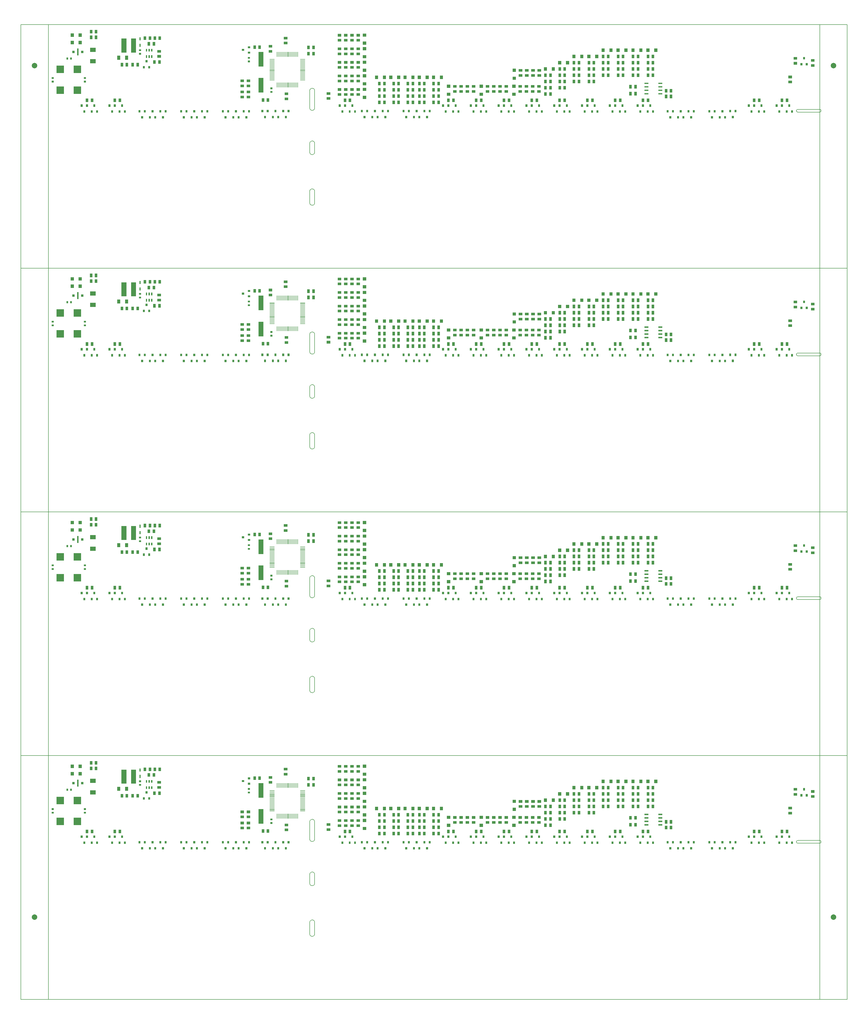
<source format=gbr>
*
%FSLAX26Y26*%
%MOIN*%
%ADD10R,0.106300X0.106300*%
%ADD11R,0.025000X0.025000*%
%ADD12R,0.045180X0.045180*%
%ADD13R,0.028000X0.028000*%
%ADD14R,0.037000X0.037000*%
%ADD15R,0.026000X0.026000*%
%ADD16R,0.018000X0.018000*%
%ADD17R,0.041000X0.041000*%
%ADD18R,0.070740X0.070740*%
%ADD19R,0.034000X0.034000*%
%ADD20R,0.060000X0.060000*%
%ADD21R,0.007000X0.007000*%
%ADD22R,0.071000X0.071000*%
%ADD23C,0.007874*%
%ADD24C,0.078740*%
%IPPOS*%
%LNs109699l04a0.gtp*%
%LPD*%
G75*
G54D10*
X566261Y2859370D03*
Y2559370D03*
X811141D03*
Y2859370D03*
G54D11*
X667301Y3011870D02*
Y3016870D01*
X720101Y3011870D02*
Y3016870D01*
X3276201Y2972970D02*
X3281201D01*
X3276201Y3025770D02*
X3281201D01*
X3600101Y2534900D02*
X3605101D01*
X3600101Y2587700D02*
X3605101D01*
X453041Y2683090D02*
X458041D01*
X453041Y2735890D02*
X458041D01*
X916201Y2682970D02*
X921201D01*
X916201Y2735770D02*
X921201D01*
X1711201Y3083120D02*
X1716201D01*
X1711201Y3135920D02*
X1716201D01*
G54D12*
X8490791Y3132400D02*
Y3136340D01*
X8376611Y3132400D02*
Y3136340D01*
X8285791Y3042400D02*
Y3046340D01*
X8171611Y3042400D02*
Y3046340D01*
X8070791Y3042400D02*
Y3046340D01*
X7956611Y3042400D02*
Y3046340D01*
X8705791Y3132400D02*
Y3136340D01*
X8591611Y3132400D02*
Y3136340D01*
X7865791Y2952400D02*
Y2956340D01*
X7751611Y2952400D02*
Y2956340D01*
X8920791Y3132400D02*
Y3136340D01*
X8806611Y3132400D02*
Y3136340D01*
X7660791Y2862400D02*
Y2866340D01*
X7546611Y2862400D02*
Y2866340D01*
X9135791Y3132400D02*
Y3136340D01*
X9021611Y3132400D02*
Y3136340D01*
X5845791Y2742400D02*
Y2746340D01*
X5731611Y2742400D02*
Y2746340D01*
X6050791Y2742400D02*
Y2746340D01*
X5936611Y2742400D02*
Y2746340D01*
X852041Y3243030D02*
Y3246970D01*
X737861Y3243030D02*
Y3246970D01*
X5526611Y2742400D02*
Y2746340D01*
X5640791Y2742400D02*
Y2746340D01*
X5321611Y2742400D02*
Y2746340D01*
X5435791Y2742400D02*
Y2746340D01*
X852041Y3349280D02*
Y3353220D01*
X737861Y3349280D02*
Y3353220D01*
X5116611Y2742400D02*
Y2746340D01*
X5230791Y2742400D02*
Y2746340D01*
G54D13*
X6112451Y2249310D02*
Y2255310D01*
X6150841Y2335930D02*
Y2341930D01*
X6074061Y2335930D02*
Y2341930D01*
X3550841Y2256450D02*
Y2262450D01*
X3474061Y2256450D02*
Y2262450D01*
X3512451Y2169830D02*
Y2175830D01*
X3282091Y2254680D02*
Y2260680D01*
X3205311Y2254680D02*
Y2260680D01*
X3243701Y2168060D02*
Y2174060D01*
X2982091Y2254680D02*
Y2260680D01*
X2905311Y2254680D02*
Y2260680D01*
X2943701Y2168060D02*
Y2174060D01*
X2682091Y2254680D02*
Y2260680D01*
X2605311Y2254680D02*
Y2260680D01*
X2643701Y2168060D02*
Y2174060D01*
X2382091Y2254680D02*
Y2260680D01*
X2305311Y2254680D02*
Y2260680D01*
X2343701Y2168060D02*
Y2174060D01*
X2082091Y2254680D02*
Y2260680D01*
X2005311Y2254680D02*
Y2260680D01*
X2043701Y2168060D02*
Y2174060D01*
X11230311Y2930560D02*
Y2936560D01*
X11307091Y2930560D02*
Y2936560D01*
X11268701Y3017180D02*
Y3023180D01*
X1782091Y2254680D02*
Y2260680D01*
X1705311Y2254680D02*
Y2260680D01*
X1743701Y2168060D02*
Y2174060D01*
X10950841Y2335930D02*
Y2341930D01*
X10874061Y2335930D02*
Y2341930D01*
X10912451Y2249310D02*
Y2255310D01*
X10512451Y2249310D02*
Y2255310D01*
X10550841Y2335930D02*
Y2341930D01*
X10474061Y2335930D02*
Y2341930D01*
X10282091Y2256450D02*
Y2262450D01*
X10205311Y2256450D02*
Y2262450D01*
X10243701Y2169830D02*
Y2175830D01*
X9982091Y2254680D02*
Y2260680D01*
X9905311Y2254680D02*
Y2260680D01*
X9943701Y2168060D02*
Y2174060D01*
X9682091Y2254680D02*
Y2260680D01*
X9605311Y2254680D02*
Y2260680D01*
X9643701Y2168060D02*
Y2174060D01*
X9382091Y2254680D02*
Y2260680D01*
X9305311Y2254680D02*
Y2260680D01*
X9343701Y2168060D02*
Y2174060D01*
X8950841Y2335930D02*
Y2341930D01*
X8874061Y2335930D02*
Y2341930D01*
X8912451Y2249310D02*
Y2255310D01*
X8550841Y2335930D02*
Y2341930D01*
X8474061Y2335930D02*
Y2341930D01*
X8512451Y2249310D02*
Y2255310D01*
X8150841Y2335930D02*
Y2341930D01*
X8074061Y2335930D02*
Y2341930D01*
X8112451Y2249310D02*
Y2255310D01*
X7750841Y2335930D02*
Y2341930D01*
X7674061Y2335930D02*
Y2341930D01*
X7712451Y2249310D02*
Y2255310D01*
X1350841Y2335930D02*
Y2341930D01*
X1274061Y2335930D02*
Y2341930D01*
X1312451Y2249310D02*
Y2255310D01*
X7350841Y2335930D02*
Y2341930D01*
X7274061Y2335930D02*
Y2341930D01*
X7312451Y2249310D02*
Y2255310D01*
X6950841Y2335930D02*
Y2341930D01*
X6874061Y2335930D02*
Y2341930D01*
X6912451Y2249310D02*
Y2255310D01*
X6550841Y2335930D02*
Y2341930D01*
X6474061Y2335930D02*
Y2341930D01*
X6512451Y2249310D02*
Y2255310D01*
X5882091Y2256450D02*
Y2262450D01*
X5805311Y2256450D02*
Y2262450D01*
X5843701Y2169830D02*
Y2175830D01*
X5582091Y2256450D02*
Y2262450D01*
X5505311Y2256450D02*
Y2262450D01*
X5543701Y2169830D02*
Y2175830D01*
X5282091Y2256450D02*
Y2262450D01*
X5205311Y2256450D02*
Y2262450D01*
X5243701Y2169830D02*
Y2175830D01*
X4982091Y2256450D02*
Y2262450D01*
X4905311Y2256450D02*
Y2262450D01*
X4943701Y2169830D02*
Y2175830D01*
X4663341Y2335930D02*
Y2341930D01*
X4586561Y2335930D02*
Y2341930D01*
X4624951Y2249310D02*
Y2255310D01*
X3850841Y2256450D02*
Y2262450D01*
X3774061Y2256450D02*
Y2262450D01*
X3812451Y2169830D02*
Y2175830D01*
X950841Y2335930D02*
Y2341930D01*
X874061Y2335930D02*
Y2341930D01*
X912451Y2249310D02*
Y2255310D01*
X1893701Y2254680D02*
Y2260680D01*
X1456201Y2335930D02*
Y2341930D01*
X1056201Y2335930D02*
Y2341930D01*
X11056201Y2335930D02*
Y2341930D01*
X10656201Y2335930D02*
Y2341930D01*
X10093701Y2254680D02*
Y2260680D01*
X9493701Y2254680D02*
Y2260680D01*
X9056201Y2335930D02*
Y2341930D01*
X8656201Y2335930D02*
Y2341930D01*
X8256201Y2335930D02*
Y2341930D01*
X7856201Y2335930D02*
Y2341930D01*
X7456201Y2335930D02*
Y2341930D01*
X7056201Y2335930D02*
Y2341930D01*
X6656201Y2335930D02*
Y2341930D01*
X6256201Y2335930D02*
Y2341930D01*
X5693701Y2256450D02*
Y2262450D01*
X5093701Y2256450D02*
Y2262450D01*
X4768701Y2335930D02*
Y2341930D01*
X3662451Y2256450D02*
Y2262450D01*
X3093701Y2254680D02*
Y2260680D01*
X2493701Y2254680D02*
Y2260680D01*
X1807451Y2973430D02*
Y2979430D01*
G54D14*
X1607451Y2919870D02*
Y2933870D01*
X1679451Y2919870D02*
Y2933870D01*
X9282701Y2463620D02*
Y2477620D01*
X9354701Y2463620D02*
Y2477620D01*
Y2544870D02*
Y2558870D01*
X9282701Y2544870D02*
Y2558870D01*
X11023451Y2407370D02*
Y2421370D01*
X10951451Y2407370D02*
Y2421370D01*
X8172701Y2947370D02*
Y2961370D01*
X8244701Y2947370D02*
Y2961370D01*
X8172701Y2767370D02*
Y2781370D01*
X8244701Y2767370D02*
Y2781370D01*
Y2857370D02*
Y2871370D01*
X8172701Y2857370D02*
Y2871370D01*
X10551451Y2407370D02*
Y2421370D01*
X10623451Y2407370D02*
Y2421370D01*
X8377701Y3037370D02*
Y3051370D01*
X8449701Y3037370D02*
Y3051370D01*
X8377701Y2857370D02*
Y2871370D01*
X8449701Y2857370D02*
Y2871370D01*
Y2947370D02*
Y2961370D01*
X8377701Y2947370D02*
Y2961370D01*
X7957701Y2947370D02*
Y2961370D01*
X8029701Y2947370D02*
Y2961370D01*
X7957701Y2767370D02*
Y2781370D01*
X8029701Y2767370D02*
Y2781370D01*
Y2857370D02*
Y2871370D01*
X7957701Y2857370D02*
Y2871370D01*
X8592701Y3037370D02*
Y3051370D01*
X8664701Y3037370D02*
Y3051370D01*
X8592701Y2857370D02*
Y2871370D01*
X8664701Y2857370D02*
Y2871370D01*
Y2947370D02*
Y2961370D01*
X8592701Y2947370D02*
Y2961370D01*
X7752701Y2857370D02*
Y2871370D01*
X7824701Y2857370D02*
Y2871370D01*
X7752701Y2677370D02*
Y2691370D01*
X7824701Y2677370D02*
Y2691370D01*
Y2767370D02*
Y2781370D01*
X7752701Y2767370D02*
Y2781370D01*
X9023451Y2407370D02*
Y2421370D01*
X8951451Y2407370D02*
Y2421370D01*
X8842201Y2502890D02*
Y2516890D01*
X8770201Y2502890D02*
Y2516890D01*
X8842201Y2602890D02*
Y2616890D01*
X8770201Y2602890D02*
Y2616890D01*
X1423451Y2407370D02*
Y2421370D01*
X1351451Y2407370D02*
Y2421370D01*
X8807701Y3037370D02*
Y3051370D01*
X8879701Y3037370D02*
Y3051370D01*
X8807701Y2857370D02*
Y2871370D01*
X8879701Y2857370D02*
Y2871370D01*
Y2947370D02*
Y2961370D01*
X8807701Y2947370D02*
Y2961370D01*
X8551451Y2407370D02*
Y2421370D01*
X8623451Y2407370D02*
Y2421370D01*
X7547701Y2767370D02*
Y2781370D01*
X7619701Y2767370D02*
Y2781370D01*
X7547701Y2587370D02*
Y2601370D01*
X7619701Y2587370D02*
Y2601370D01*
X8151451Y2407370D02*
Y2421370D01*
X8223451Y2407370D02*
Y2421370D01*
X7619701Y2677370D02*
Y2691370D01*
X7547701Y2677370D02*
Y2691370D01*
X9022701Y3037370D02*
Y3051370D01*
X9094701Y3037370D02*
Y3051370D01*
X7823451Y2407370D02*
Y2421370D01*
X7751451Y2407370D02*
Y2421370D01*
X1023451Y2407370D02*
Y2421370D01*
X951451Y2407370D02*
Y2421370D01*
X9022701Y2857370D02*
Y2871370D01*
X9094701Y2857370D02*
Y2871370D01*
Y2947370D02*
Y2961370D01*
X9022701Y2947370D02*
Y2961370D01*
X7423451Y2407370D02*
Y2421370D01*
X7351451Y2407370D02*
Y2421370D01*
X7023451Y2407370D02*
Y2421370D01*
X6951451Y2407370D02*
Y2421370D01*
X1912201Y3219870D02*
Y3233870D01*
X1840201Y3219870D02*
Y3233870D01*
X6623451Y2407370D02*
Y2421370D01*
X6551451Y2407370D02*
Y2421370D01*
X3362701Y3172370D02*
Y3186370D01*
X3434701Y3172370D02*
Y3186370D01*
X1993451Y2957370D02*
Y2971370D01*
X1921451Y2957370D02*
Y2971370D01*
X4734701Y2407370D02*
Y2421370D01*
X4662701Y2407370D02*
Y2421370D01*
X5804701Y2557370D02*
Y2571370D01*
X5732701Y2557370D02*
Y2571370D01*
Y2647370D02*
Y2661370D01*
X5804701Y2647370D02*
Y2661370D01*
X5732701Y2467370D02*
Y2481370D01*
X5804701Y2467370D02*
Y2481370D01*
X6009701Y2557370D02*
Y2571370D01*
X5937701Y2557370D02*
Y2571370D01*
Y2467370D02*
Y2481370D01*
X6009701Y2467370D02*
Y2481370D01*
X5937701Y2647370D02*
Y2661370D01*
X6009701Y2647370D02*
Y2661370D01*
X1080951Y3313000D02*
Y3327000D01*
X1008951Y3313000D02*
Y3327000D01*
X5567701Y2557370D02*
Y2571370D01*
X5639701Y2557370D02*
Y2571370D01*
Y2467370D02*
Y2481370D01*
X5567701Y2467370D02*
Y2481370D01*
X5639701Y2647370D02*
Y2661370D01*
X5567701Y2647370D02*
Y2661370D01*
X5157701Y2557370D02*
Y2571370D01*
X5229701Y2557370D02*
Y2571370D01*
Y2467370D02*
Y2481370D01*
X5157701Y2467370D02*
Y2481370D01*
X5229701Y2647370D02*
Y2661370D01*
X5157701Y2647370D02*
Y2661370D01*
X5362701Y2557370D02*
Y2571370D01*
X5434701Y2557370D02*
Y2571370D01*
Y2467370D02*
Y2481370D01*
X5362701Y2467370D02*
Y2481370D01*
X5434701Y2647370D02*
Y2661370D01*
X5362701Y2647370D02*
Y2661370D01*
X1080951Y3394250D02*
Y3408250D01*
X1008951Y3394250D02*
Y3408250D01*
X5157701Y2377370D02*
Y2391370D01*
X5229701Y2377370D02*
Y2391370D01*
X5362701Y2377370D02*
Y2391370D01*
X5434701Y2377370D02*
Y2391370D01*
X8244701Y2677370D02*
Y2691370D01*
X8172701Y2677370D02*
Y2691370D01*
X8449701Y2767370D02*
Y2781370D01*
X8377701Y2767370D02*
Y2781370D01*
X8029701Y2677370D02*
Y2691370D01*
X7957701Y2677370D02*
Y2691370D01*
X8664701Y2767370D02*
Y2781370D01*
X8592701Y2767370D02*
Y2781370D01*
X7824701Y2587370D02*
Y2601370D01*
X7752701Y2587370D02*
Y2601370D01*
X8879701Y2767370D02*
Y2781370D01*
X8807701Y2767370D02*
Y2781370D01*
X7619701Y2497370D02*
Y2511370D01*
X7547701Y2497370D02*
Y2511370D01*
X9094701Y2767370D02*
Y2781370D01*
X9022701Y2767370D02*
Y2781370D01*
X4137701Y3077370D02*
Y3091370D01*
X4209701Y3077370D02*
Y3091370D01*
X3554701Y2412370D02*
Y2426370D01*
X3482701Y2412370D02*
Y2426370D01*
X1998451Y3301120D02*
Y3315120D01*
X1926451Y3301120D02*
Y3315120D01*
X4209701Y3167370D02*
Y3181370D01*
X4137701Y3167370D02*
Y3181370D01*
X5804701Y2377370D02*
Y2391370D01*
X5732701Y2377370D02*
Y2391370D01*
X6009701Y2377370D02*
Y2391370D01*
X5937701Y2377370D02*
Y2391370D01*
X5567701Y2377370D02*
Y2391370D01*
X5639701Y2377370D02*
Y2391370D01*
X1855951Y3301120D02*
Y3315120D01*
X1783951Y3301120D02*
Y3315120D01*
X6223451Y2407370D02*
Y2421370D01*
X6151451Y2407370D02*
Y2421370D01*
X1452701Y2919870D02*
Y2933870D01*
X1524701Y2919870D02*
Y2933870D01*
G54D13*
X3279011Y3100980D02*
X3285011D01*
X3279011Y3177760D02*
X3285011D01*
X3192391Y3139370D02*
X3198391D01*
G54D14*
X11136701Y2947120D02*
X11150701D01*
X11136701Y3019120D02*
X11150701D01*
X11061701Y2678370D02*
X11075701D01*
X11061701Y2750370D02*
X11075701D01*
X4846701Y3155370D02*
X4860701D01*
X4846701Y3083370D02*
X4860701D01*
X4846701Y2765370D02*
X4860701D01*
X4846701Y2693370D02*
X4860701D01*
X7181701Y2845370D02*
X7195701D01*
X7181701Y2773370D02*
X7195701D01*
X7361701Y2845370D02*
X7375701D01*
X7361701Y2773370D02*
X7375701D01*
X7271701D02*
X7285701D01*
X7271701Y2845370D02*
X7285701D01*
X7176701Y2615370D02*
X7190701D01*
X7176701Y2543370D02*
X7190701D01*
X7356701Y2615370D02*
X7370701D01*
X7356701Y2543370D02*
X7370701D01*
X7266701D02*
X7280701D01*
X7266701Y2615370D02*
X7280701D01*
X6706701D02*
X6720701D01*
X6706701Y2543370D02*
X6720701D01*
X6886701Y2615370D02*
X6900701D01*
X6886701Y2543370D02*
X6900701D01*
X6796701D02*
X6810701D01*
X6796701Y2615370D02*
X6810701D01*
X3176701Y2623370D02*
X3190701D01*
X3176701Y2695370D02*
X3190701D01*
X3176701Y2463370D02*
X3190701D01*
X3176701Y2535370D02*
X3190701D01*
X6326701Y2543370D02*
X6340701D01*
X6326701Y2615370D02*
X6340701D01*
X6416701D02*
X6430701D01*
X6416701Y2543370D02*
X6430701D01*
X6236701Y2615370D02*
X6250701D01*
X6236701Y2543370D02*
X6250701D01*
X4756701Y2498370D02*
X4770701D01*
X4756701Y2570370D02*
X4770701D01*
X4666701D02*
X4680701D01*
X4666701Y2498370D02*
X4680701D01*
X4846701Y2570370D02*
X4860701D01*
X4846701Y2498370D02*
X4860701D01*
X4846701Y3350370D02*
X4860701D01*
X4846701Y3278370D02*
X4860701D01*
X4756701D02*
X4770701D01*
X4756701Y3350370D02*
X4770701D01*
X4666701D02*
X4680701D01*
X4666701Y3278370D02*
X4680701D01*
X1981701Y3119120D02*
X1995701D01*
X1981701Y3047120D02*
X1995701D01*
X4756701Y2888370D02*
X4770701D01*
X4756701Y2960370D02*
X4770701D01*
X4666701D02*
X4680701D01*
X4666701Y2888370D02*
X4680701D01*
X4846701Y2960370D02*
X4860701D01*
X4846701Y2888370D02*
X4860701D01*
X4756701Y3083370D02*
X4770701D01*
X4756701Y3155370D02*
X4770701D01*
X4666701D02*
X4680701D01*
X4666701Y3083370D02*
X4680701D01*
X4756701Y2693370D02*
X4770701D01*
X4756701Y2765370D02*
X4770701D01*
X4666701D02*
X4680701D01*
X4666701Y2693370D02*
X4680701D01*
X4576701Y2888370D02*
X4590701D01*
X4576701Y2960370D02*
X4590701D01*
X4576701Y3083370D02*
X4590701D01*
X4576701Y3155370D02*
X4590701D01*
X4576701Y2693370D02*
X4590701D01*
X4576701Y2765370D02*
X4590701D01*
X7451701Y2773370D02*
X7465701D01*
X7451701Y2845370D02*
X7465701D01*
X7446701Y2543370D02*
X7460701D01*
X7446701Y2615370D02*
X7460701D01*
X6976701Y2543370D02*
X6990701D01*
X6976701Y2615370D02*
X6990701D01*
X3266701Y2623370D02*
X3280701D01*
X3266701Y2695370D02*
X3280701D01*
X3266701Y2463370D02*
X3280701D01*
X3266701Y2535370D02*
X3280701D01*
X3814351Y2508550D02*
X3828351D01*
X3814351Y2436550D02*
X3828351D01*
X3801851Y3237800D02*
X3815851D01*
X3801851Y3309800D02*
X3815851D01*
X3583101Y3119050D02*
X3597101D01*
X3583101Y3191050D02*
X3597101D01*
X6506701Y2543370D02*
X6520701D01*
X6506701Y2615370D02*
X6520701D01*
X4417951Y2512870D02*
X4431951D01*
X4417951Y2440870D02*
X4431951D01*
X4576701Y2498370D02*
X4590701D01*
X4576701Y2570370D02*
X4590701D01*
X4576701Y3278370D02*
X4590701D01*
X4576701Y3350370D02*
X4590701D01*
X11386701Y2988760D02*
X11400701D01*
X11386701Y2916760D02*
X11400701D01*
G54D15*
X1932091Y2167060D02*
Y2175060D01*
X1855311Y2167060D02*
Y2175060D01*
X1494591Y2248310D02*
Y2256310D01*
X1417811Y2248310D02*
Y2256310D01*
X1094591Y2248310D02*
Y2256310D01*
X1017811Y2248310D02*
Y2256310D01*
X11094591Y2248310D02*
Y2256310D01*
X11017811Y2248310D02*
Y2256310D01*
X10694591Y2248310D02*
Y2256310D01*
X10617811Y2248310D02*
Y2256310D01*
X10132091Y2167060D02*
Y2175060D01*
X10055311Y2167060D02*
Y2175060D01*
X9532091Y2167060D02*
Y2175060D01*
X9455311Y2167060D02*
Y2175060D01*
X9094591Y2248310D02*
Y2256310D01*
X9017811Y2248310D02*
Y2256310D01*
X8694591Y2248310D02*
Y2256310D01*
X8617811Y2248310D02*
Y2256310D01*
X8294591Y2248310D02*
Y2256310D01*
X8217811Y2248310D02*
Y2256310D01*
X7894591Y2248310D02*
Y2256310D01*
X7817811Y2248310D02*
Y2256310D01*
X7494591Y2248310D02*
Y2256310D01*
X7417811Y2248310D02*
Y2256310D01*
X7094591Y2248310D02*
Y2256310D01*
X7017811Y2248310D02*
Y2256310D01*
X6694591Y2248310D02*
Y2256310D01*
X6617811Y2248310D02*
Y2256310D01*
X6294591Y2248310D02*
Y2256310D01*
X6217811Y2248310D02*
Y2256310D01*
X5732091Y2168830D02*
Y2176830D01*
X5655311Y2168830D02*
Y2176830D01*
X5132091Y2168830D02*
Y2176830D01*
X5055311Y2168830D02*
Y2176830D01*
X4807091Y2248310D02*
Y2256310D01*
X4730311Y2248310D02*
Y2256310D01*
X3700841Y2168830D02*
Y2176830D01*
X3624061Y2168830D02*
Y2176830D01*
X3132091Y2167060D02*
Y2175060D01*
X3055311Y2167060D02*
Y2175060D01*
X2532091Y2167060D02*
Y2175060D01*
X2455311Y2167060D02*
Y2175060D01*
X1845841Y2885810D02*
Y2893810D01*
X1769061Y2885810D02*
Y2893810D01*
G54D12*
X7096731Y2732280D02*
X7100671D01*
X7096731Y2846460D02*
X7100671D01*
X7091731Y2502280D02*
X7095671D01*
X7091731Y2616460D02*
X7095671D01*
X6621731Y2502280D02*
X6625671D01*
X6621731Y2616460D02*
X6625671D01*
X6151731Y2502280D02*
X6155671D01*
X6151731Y2616460D02*
X6155671D01*
X4941731Y2457280D02*
X4945671D01*
X4941731Y2571460D02*
X4945671D01*
X4941731Y3237280D02*
X4945671D01*
X4941731Y3351460D02*
X4945671D01*
X4941731Y2847280D02*
X4945671D01*
X4941731Y2961460D02*
X4945671D01*
X4941731Y3042280D02*
X4945671D01*
X4941731Y3156460D02*
X4945671D01*
X4941731Y2652280D02*
X4945671D01*
X4941731Y2766460D02*
X4945671D01*
G54D16*
X1844951Y3034070D02*
Y3054070D01*
Y3124650D02*
Y3144650D01*
X1882351Y3034100D02*
Y3054100D01*
X1807551Y3034100D02*
Y3054100D01*
X1882351Y3124650D02*
Y3144650D01*
X1807551Y3124650D02*
Y3144650D01*
G54D17*
X1520791Y3018870D02*
Y3034870D01*
X1406611Y3018870D02*
Y3034870D01*
G54D18*
X1482301Y3136910D02*
Y3266830D01*
X1620101Y3136910D02*
Y3266830D01*
G54D19*
X756201Y3109370D03*
X881201D03*
G54D16*
X818701Y3068370D02*
Y3150370D01*
X1713701Y3285130D02*
Y3311130D01*
Y3192610D02*
Y3218610D01*
G54D20*
X1023701Y3141420D02*
X1043701D01*
X1023701Y2976060D02*
X1043701D01*
G54D21*
X4023321Y2884580D02*
X4085321D01*
X4023321Y2904260D02*
X4085321D01*
X4023321Y2923940D02*
X4085321D01*
X4023321Y2943630D02*
X4085321D01*
X4023321Y2963310D02*
X4085321D01*
X4023321Y2983000D02*
X4085321D01*
X4023321Y3002690D02*
X4085321D01*
X4023321Y2707410D02*
X4085321D01*
X4023321Y2727090D02*
X4085321D01*
X4023321Y2746780D02*
X4085321D01*
X4023321Y2766460D02*
X4085321D01*
X4023321Y2786150D02*
X4085321D01*
X4023321Y2805830D02*
X4085321D01*
X4023321Y2825520D02*
X4085321D01*
X3582381Y3002690D02*
X3644381D01*
X3582381Y2983000D02*
X3644381D01*
X3582381Y2963310D02*
X3644381D01*
X3582381Y2943630D02*
X3644381D01*
X3582381Y2923940D02*
X3644381D01*
X3582381Y2904260D02*
X3644381D01*
X3582381Y2884580D02*
X3644381D01*
X3582381Y2825520D02*
X3644381D01*
X3582381Y2805830D02*
X3644381D01*
X3582381Y2786150D02*
X3644381D01*
X3582381Y2766460D02*
X3644381D01*
X3582381Y2746780D02*
X3644381D01*
X3582381Y2727090D02*
X3644381D01*
X3582381Y2707410D02*
X3644381D01*
X4023321Y2845200D02*
X4085321D01*
X4023321Y2864890D02*
X4085321D01*
X3582381D02*
X3644381D01*
X3582381Y2845200D02*
X3644381D01*
X3981491Y3044520D02*
Y3106520D01*
X3961801Y3044520D02*
Y3106520D01*
X3942121Y3044520D02*
Y3106520D01*
X3922431Y3044520D02*
Y3106520D01*
X3902751Y3044520D02*
Y3106520D01*
X3883061Y3044520D02*
Y3106520D01*
X3863381Y3044520D02*
Y3106520D01*
Y2603580D02*
Y2665580D01*
X3883061Y2603580D02*
Y2665580D01*
X3902751Y2603580D02*
Y2665580D01*
X3922431Y2603580D02*
Y2665580D01*
X3942121Y2603580D02*
Y2665580D01*
X3961801Y2603580D02*
Y2665580D01*
X3981491Y2603580D02*
Y2665580D01*
X3804321Y3044520D02*
Y3106520D01*
X3784641Y3044520D02*
Y3106520D01*
X3764951Y3044520D02*
Y3106520D01*
X3745271Y3044520D02*
Y3106520D01*
X3725581Y3044520D02*
Y3106520D01*
X3705901Y3044520D02*
Y3106520D01*
X3686211Y3044520D02*
Y3106520D01*
Y2603580D02*
Y2665580D01*
X3705901Y2603580D02*
Y2665580D01*
X3725581Y2603580D02*
Y2665580D01*
X3745271Y2603580D02*
Y2665580D01*
X3764951Y2603580D02*
Y2665580D01*
X3784641Y2603580D02*
Y2665580D01*
X3804321Y2603580D02*
Y2665580D01*
X3843691Y3044520D02*
Y3106520D01*
X3824011Y3044520D02*
Y3106520D01*
Y2603580D02*
Y2665580D01*
X3843691Y2603580D02*
Y2665580D01*
G54D16*
X9180451Y2558120D02*
X9219451D01*
X9180451Y2508120D02*
X9219451D01*
X8980451D02*
X9019451D01*
X8980451Y2558120D02*
X9019451D01*
X9180451Y2608120D02*
X9219451D01*
X9180451Y2658120D02*
X9219451D01*
X8980451Y2608120D02*
X9019451D01*
X8980451Y2658120D02*
X9019451D01*
G54D22*
X3452601Y2935050D02*
Y3074050D01*
Y2561040D02*
Y2700040D01*
G54D10*
X566261Y6363310D03*
Y6063310D03*
X811141D03*
Y6363310D03*
G54D11*
X667301Y6515810D02*
Y6520810D01*
X720101Y6515810D02*
Y6520810D01*
X3276201Y6476910D02*
X3281201D01*
X3276201Y6529710D02*
X3281201D01*
X3600101Y6038840D02*
X3605101D01*
X3600101Y6091640D02*
X3605101D01*
X453041Y6187030D02*
X458041D01*
X453041Y6239830D02*
X458041D01*
X916201Y6186910D02*
X921201D01*
X916201Y6239710D02*
X921201D01*
X1711201Y6587060D02*
X1716201D01*
X1711201Y6639860D02*
X1716201D01*
G54D12*
X8490791Y6636340D02*
Y6640280D01*
X8376611Y6636340D02*
Y6640280D01*
X8285791Y6546340D02*
Y6550280D01*
X8171611Y6546340D02*
Y6550280D01*
X8070791Y6546340D02*
Y6550280D01*
X7956611Y6546340D02*
Y6550280D01*
X8705791Y6636340D02*
Y6640280D01*
X8591611Y6636340D02*
Y6640280D01*
X7865791Y6456340D02*
Y6460280D01*
X7751611Y6456340D02*
Y6460280D01*
X8920791Y6636340D02*
Y6640280D01*
X8806611Y6636340D02*
Y6640280D01*
X7660791Y6366340D02*
Y6370280D01*
X7546611Y6366340D02*
Y6370280D01*
X9135791Y6636340D02*
Y6640280D01*
X9021611Y6636340D02*
Y6640280D01*
X5845791Y6246340D02*
Y6250280D01*
X5731611Y6246340D02*
Y6250280D01*
X6050791Y6246340D02*
Y6250280D01*
X5936611Y6246340D02*
Y6250280D01*
X852041Y6746970D02*
Y6750910D01*
X737861Y6746970D02*
Y6750910D01*
X5526611Y6246340D02*
Y6250280D01*
X5640791Y6246340D02*
Y6250280D01*
X5321611Y6246340D02*
Y6250280D01*
X5435791Y6246340D02*
Y6250280D01*
X852041Y6853220D02*
Y6857160D01*
X737861Y6853220D02*
Y6857160D01*
X5116611Y6246340D02*
Y6250280D01*
X5230791Y6246340D02*
Y6250280D01*
G54D13*
X6112451Y5753250D02*
Y5759250D01*
X6150841Y5839870D02*
Y5845870D01*
X6074061Y5839870D02*
Y5845870D01*
X3550841Y5760390D02*
Y5766390D01*
X3474061Y5760390D02*
Y5766390D01*
X3512451Y5673770D02*
Y5679770D01*
X3282091Y5758620D02*
Y5764620D01*
X3205311Y5758620D02*
Y5764620D01*
X3243701Y5672000D02*
Y5678000D01*
X2982091Y5758620D02*
Y5764620D01*
X2905311Y5758620D02*
Y5764620D01*
X2943701Y5672000D02*
Y5678000D01*
X2682091Y5758620D02*
Y5764620D01*
X2605311Y5758620D02*
Y5764620D01*
X2643701Y5672000D02*
Y5678000D01*
X2382091Y5758620D02*
Y5764620D01*
X2305311Y5758620D02*
Y5764620D01*
X2343701Y5672000D02*
Y5678000D01*
X2082091Y5758620D02*
Y5764620D01*
X2005311Y5758620D02*
Y5764620D01*
X2043701Y5672000D02*
Y5678000D01*
X11230311Y6434500D02*
Y6440500D01*
X11307091Y6434500D02*
Y6440500D01*
X11268701Y6521120D02*
Y6527120D01*
X1782091Y5758620D02*
Y5764620D01*
X1705311Y5758620D02*
Y5764620D01*
X1743701Y5672000D02*
Y5678000D01*
X10950841Y5839870D02*
Y5845870D01*
X10874061Y5839870D02*
Y5845870D01*
X10912451Y5753250D02*
Y5759250D01*
X10512451Y5753250D02*
Y5759250D01*
X10550841Y5839870D02*
Y5845870D01*
X10474061Y5839870D02*
Y5845870D01*
X10282091Y5760390D02*
Y5766390D01*
X10205311Y5760390D02*
Y5766390D01*
X10243701Y5673770D02*
Y5679770D01*
X9982091Y5758620D02*
Y5764620D01*
X9905311Y5758620D02*
Y5764620D01*
X9943701Y5672000D02*
Y5678000D01*
X9682091Y5758620D02*
Y5764620D01*
X9605311Y5758620D02*
Y5764620D01*
X9643701Y5672000D02*
Y5678000D01*
X9382091Y5758620D02*
Y5764620D01*
X9305311Y5758620D02*
Y5764620D01*
X9343701Y5672000D02*
Y5678000D01*
X8950841Y5839870D02*
Y5845870D01*
X8874061Y5839870D02*
Y5845870D01*
X8912451Y5753250D02*
Y5759250D01*
X8550841Y5839870D02*
Y5845870D01*
X8474061Y5839870D02*
Y5845870D01*
X8512451Y5753250D02*
Y5759250D01*
X8150841Y5839870D02*
Y5845870D01*
X8074061Y5839870D02*
Y5845870D01*
X8112451Y5753250D02*
Y5759250D01*
X7750841Y5839870D02*
Y5845870D01*
X7674061Y5839870D02*
Y5845870D01*
X7712451Y5753250D02*
Y5759250D01*
X1350841Y5839870D02*
Y5845870D01*
X1274061Y5839870D02*
Y5845870D01*
X1312451Y5753250D02*
Y5759250D01*
X7350841Y5839870D02*
Y5845870D01*
X7274061Y5839870D02*
Y5845870D01*
X7312451Y5753250D02*
Y5759250D01*
X6950841Y5839870D02*
Y5845870D01*
X6874061Y5839870D02*
Y5845870D01*
X6912451Y5753250D02*
Y5759250D01*
X6550841Y5839870D02*
Y5845870D01*
X6474061Y5839870D02*
Y5845870D01*
X6512451Y5753250D02*
Y5759250D01*
X5882091Y5760390D02*
Y5766390D01*
X5805311Y5760390D02*
Y5766390D01*
X5843701Y5673770D02*
Y5679770D01*
X5582091Y5760390D02*
Y5766390D01*
X5505311Y5760390D02*
Y5766390D01*
X5543701Y5673770D02*
Y5679770D01*
X5282091Y5760390D02*
Y5766390D01*
X5205311Y5760390D02*
Y5766390D01*
X5243701Y5673770D02*
Y5679770D01*
X4982091Y5760390D02*
Y5766390D01*
X4905311Y5760390D02*
Y5766390D01*
X4943701Y5673770D02*
Y5679770D01*
X4663341Y5839870D02*
Y5845870D01*
X4586561Y5839870D02*
Y5845870D01*
X4624951Y5753250D02*
Y5759250D01*
X3850841Y5760390D02*
Y5766390D01*
X3774061Y5760390D02*
Y5766390D01*
X3812451Y5673770D02*
Y5679770D01*
X950841Y5839870D02*
Y5845870D01*
X874061Y5839870D02*
Y5845870D01*
X912451Y5753250D02*
Y5759250D01*
X1893701Y5758620D02*
Y5764620D01*
X1456201Y5839870D02*
Y5845870D01*
X1056201Y5839870D02*
Y5845870D01*
X11056201Y5839870D02*
Y5845870D01*
X10656201Y5839870D02*
Y5845870D01*
X10093701Y5758620D02*
Y5764620D01*
X9493701Y5758620D02*
Y5764620D01*
X9056201Y5839870D02*
Y5845870D01*
X8656201Y5839870D02*
Y5845870D01*
X8256201Y5839870D02*
Y5845870D01*
X7856201Y5839870D02*
Y5845870D01*
X7456201Y5839870D02*
Y5845870D01*
X7056201Y5839870D02*
Y5845870D01*
X6656201Y5839870D02*
Y5845870D01*
X6256201Y5839870D02*
Y5845870D01*
X5693701Y5760390D02*
Y5766390D01*
X5093701Y5760390D02*
Y5766390D01*
X4768701Y5839870D02*
Y5845870D01*
X3662451Y5760390D02*
Y5766390D01*
X3093701Y5758620D02*
Y5764620D01*
X2493701Y5758620D02*
Y5764620D01*
X1807451Y6477370D02*
Y6483370D01*
G54D14*
X1607451Y6423810D02*
Y6437810D01*
X1679451Y6423810D02*
Y6437810D01*
X9282701Y5967560D02*
Y5981560D01*
X9354701Y5967560D02*
Y5981560D01*
Y6048810D02*
Y6062810D01*
X9282701Y6048810D02*
Y6062810D01*
X11023451Y5911310D02*
Y5925310D01*
X10951451Y5911310D02*
Y5925310D01*
X8172701Y6451310D02*
Y6465310D01*
X8244701Y6451310D02*
Y6465310D01*
X8172701Y6271310D02*
Y6285310D01*
X8244701Y6271310D02*
Y6285310D01*
Y6361310D02*
Y6375310D01*
X8172701Y6361310D02*
Y6375310D01*
X10551451Y5911310D02*
Y5925310D01*
X10623451Y5911310D02*
Y5925310D01*
X8377701Y6541310D02*
Y6555310D01*
X8449701Y6541310D02*
Y6555310D01*
X8377701Y6361310D02*
Y6375310D01*
X8449701Y6361310D02*
Y6375310D01*
Y6451310D02*
Y6465310D01*
X8377701Y6451310D02*
Y6465310D01*
X7957701Y6451310D02*
Y6465310D01*
X8029701Y6451310D02*
Y6465310D01*
X7957701Y6271310D02*
Y6285310D01*
X8029701Y6271310D02*
Y6285310D01*
Y6361310D02*
Y6375310D01*
X7957701Y6361310D02*
Y6375310D01*
X8592701Y6541310D02*
Y6555310D01*
X8664701Y6541310D02*
Y6555310D01*
X8592701Y6361310D02*
Y6375310D01*
X8664701Y6361310D02*
Y6375310D01*
Y6451310D02*
Y6465310D01*
X8592701Y6451310D02*
Y6465310D01*
X7752701Y6361310D02*
Y6375310D01*
X7824701Y6361310D02*
Y6375310D01*
X7752701Y6181310D02*
Y6195310D01*
X7824701Y6181310D02*
Y6195310D01*
Y6271310D02*
Y6285310D01*
X7752701Y6271310D02*
Y6285310D01*
X9023451Y5911310D02*
Y5925310D01*
X8951451Y5911310D02*
Y5925310D01*
X8842201Y6006830D02*
Y6020830D01*
X8770201Y6006830D02*
Y6020830D01*
X8842201Y6106830D02*
Y6120830D01*
X8770201Y6106830D02*
Y6120830D01*
X1423451Y5911310D02*
Y5925310D01*
X1351451Y5911310D02*
Y5925310D01*
X8807701Y6541310D02*
Y6555310D01*
X8879701Y6541310D02*
Y6555310D01*
X8807701Y6361310D02*
Y6375310D01*
X8879701Y6361310D02*
Y6375310D01*
Y6451310D02*
Y6465310D01*
X8807701Y6451310D02*
Y6465310D01*
X8551451Y5911310D02*
Y5925310D01*
X8623451Y5911310D02*
Y5925310D01*
X7547701Y6271310D02*
Y6285310D01*
X7619701Y6271310D02*
Y6285310D01*
X7547701Y6091310D02*
Y6105310D01*
X7619701Y6091310D02*
Y6105310D01*
X8151451Y5911310D02*
Y5925310D01*
X8223451Y5911310D02*
Y5925310D01*
X7619701Y6181310D02*
Y6195310D01*
X7547701Y6181310D02*
Y6195310D01*
X9022701Y6541310D02*
Y6555310D01*
X9094701Y6541310D02*
Y6555310D01*
X7823451Y5911310D02*
Y5925310D01*
X7751451Y5911310D02*
Y5925310D01*
X1023451Y5911310D02*
Y5925310D01*
X951451Y5911310D02*
Y5925310D01*
X9022701Y6361310D02*
Y6375310D01*
X9094701Y6361310D02*
Y6375310D01*
Y6451310D02*
Y6465310D01*
X9022701Y6451310D02*
Y6465310D01*
X7423451Y5911310D02*
Y5925310D01*
X7351451Y5911310D02*
Y5925310D01*
X7023451Y5911310D02*
Y5925310D01*
X6951451Y5911310D02*
Y5925310D01*
X1912201Y6723810D02*
Y6737810D01*
X1840201Y6723810D02*
Y6737810D01*
X6623451Y5911310D02*
Y5925310D01*
X6551451Y5911310D02*
Y5925310D01*
X3362701Y6676310D02*
Y6690310D01*
X3434701Y6676310D02*
Y6690310D01*
X1993451Y6461310D02*
Y6475310D01*
X1921451Y6461310D02*
Y6475310D01*
X4734701Y5911310D02*
Y5925310D01*
X4662701Y5911310D02*
Y5925310D01*
X5804701Y6061310D02*
Y6075310D01*
X5732701Y6061310D02*
Y6075310D01*
Y6151310D02*
Y6165310D01*
X5804701Y6151310D02*
Y6165310D01*
X5732701Y5971310D02*
Y5985310D01*
X5804701Y5971310D02*
Y5985310D01*
X6009701Y6061310D02*
Y6075310D01*
X5937701Y6061310D02*
Y6075310D01*
Y5971310D02*
Y5985310D01*
X6009701Y5971310D02*
Y5985310D01*
X5937701Y6151310D02*
Y6165310D01*
X6009701Y6151310D02*
Y6165310D01*
X1080951Y6816940D02*
Y6830940D01*
X1008951Y6816940D02*
Y6830940D01*
X5567701Y6061310D02*
Y6075310D01*
X5639701Y6061310D02*
Y6075310D01*
Y5971310D02*
Y5985310D01*
X5567701Y5971310D02*
Y5985310D01*
X5639701Y6151310D02*
Y6165310D01*
X5567701Y6151310D02*
Y6165310D01*
X5157701Y6061310D02*
Y6075310D01*
X5229701Y6061310D02*
Y6075310D01*
Y5971310D02*
Y5985310D01*
X5157701Y5971310D02*
Y5985310D01*
X5229701Y6151310D02*
Y6165310D01*
X5157701Y6151310D02*
Y6165310D01*
X5362701Y6061310D02*
Y6075310D01*
X5434701Y6061310D02*
Y6075310D01*
Y5971310D02*
Y5985310D01*
X5362701Y5971310D02*
Y5985310D01*
X5434701Y6151310D02*
Y6165310D01*
X5362701Y6151310D02*
Y6165310D01*
X1080951Y6898190D02*
Y6912190D01*
X1008951Y6898190D02*
Y6912190D01*
X5157701Y5881310D02*
Y5895310D01*
X5229701Y5881310D02*
Y5895310D01*
X5362701Y5881310D02*
Y5895310D01*
X5434701Y5881310D02*
Y5895310D01*
X8244701Y6181310D02*
Y6195310D01*
X8172701Y6181310D02*
Y6195310D01*
X8449701Y6271310D02*
Y6285310D01*
X8377701Y6271310D02*
Y6285310D01*
X8029701Y6181310D02*
Y6195310D01*
X7957701Y6181310D02*
Y6195310D01*
X8664701Y6271310D02*
Y6285310D01*
X8592701Y6271310D02*
Y6285310D01*
X7824701Y6091310D02*
Y6105310D01*
X7752701Y6091310D02*
Y6105310D01*
X8879701Y6271310D02*
Y6285310D01*
X8807701Y6271310D02*
Y6285310D01*
X7619701Y6001310D02*
Y6015310D01*
X7547701Y6001310D02*
Y6015310D01*
X9094701Y6271310D02*
Y6285310D01*
X9022701Y6271310D02*
Y6285310D01*
X4137701Y6581310D02*
Y6595310D01*
X4209701Y6581310D02*
Y6595310D01*
X3554701Y5916310D02*
Y5930310D01*
X3482701Y5916310D02*
Y5930310D01*
X1998451Y6805060D02*
Y6819060D01*
X1926451Y6805060D02*
Y6819060D01*
X4209701Y6671310D02*
Y6685310D01*
X4137701Y6671310D02*
Y6685310D01*
X5804701Y5881310D02*
Y5895310D01*
X5732701Y5881310D02*
Y5895310D01*
X6009701Y5881310D02*
Y5895310D01*
X5937701Y5881310D02*
Y5895310D01*
X5567701Y5881310D02*
Y5895310D01*
X5639701Y5881310D02*
Y5895310D01*
X1855951Y6805060D02*
Y6819060D01*
X1783951Y6805060D02*
Y6819060D01*
X6223451Y5911310D02*
Y5925310D01*
X6151451Y5911310D02*
Y5925310D01*
X1452701Y6423810D02*
Y6437810D01*
X1524701Y6423810D02*
Y6437810D01*
G54D13*
X3279011Y6604920D02*
X3285011D01*
X3279011Y6681700D02*
X3285011D01*
X3192391Y6643310D02*
X3198391D01*
G54D14*
X11136701Y6451060D02*
X11150701D01*
X11136701Y6523060D02*
X11150701D01*
X11061701Y6182310D02*
X11075701D01*
X11061701Y6254310D02*
X11075701D01*
X4846701Y6659310D02*
X4860701D01*
X4846701Y6587310D02*
X4860701D01*
X4846701Y6269310D02*
X4860701D01*
X4846701Y6197310D02*
X4860701D01*
X7181701Y6349310D02*
X7195701D01*
X7181701Y6277310D02*
X7195701D01*
X7361701Y6349310D02*
X7375701D01*
X7361701Y6277310D02*
X7375701D01*
X7271701D02*
X7285701D01*
X7271701Y6349310D02*
X7285701D01*
X7176701Y6119310D02*
X7190701D01*
X7176701Y6047310D02*
X7190701D01*
X7356701Y6119310D02*
X7370701D01*
X7356701Y6047310D02*
X7370701D01*
X7266701D02*
X7280701D01*
X7266701Y6119310D02*
X7280701D01*
X6706701D02*
X6720701D01*
X6706701Y6047310D02*
X6720701D01*
X6886701Y6119310D02*
X6900701D01*
X6886701Y6047310D02*
X6900701D01*
X6796701D02*
X6810701D01*
X6796701Y6119310D02*
X6810701D01*
X3176701Y6127310D02*
X3190701D01*
X3176701Y6199310D02*
X3190701D01*
X3176701Y5967310D02*
X3190701D01*
X3176701Y6039310D02*
X3190701D01*
X6326701Y6047310D02*
X6340701D01*
X6326701Y6119310D02*
X6340701D01*
X6416701D02*
X6430701D01*
X6416701Y6047310D02*
X6430701D01*
X6236701Y6119310D02*
X6250701D01*
X6236701Y6047310D02*
X6250701D01*
X4756701Y6002310D02*
X4770701D01*
X4756701Y6074310D02*
X4770701D01*
X4666701D02*
X4680701D01*
X4666701Y6002310D02*
X4680701D01*
X4846701Y6074310D02*
X4860701D01*
X4846701Y6002310D02*
X4860701D01*
X4846701Y6854310D02*
X4860701D01*
X4846701Y6782310D02*
X4860701D01*
X4756701D02*
X4770701D01*
X4756701Y6854310D02*
X4770701D01*
X4666701D02*
X4680701D01*
X4666701Y6782310D02*
X4680701D01*
X1981701Y6623060D02*
X1995701D01*
X1981701Y6551060D02*
X1995701D01*
X4756701Y6392310D02*
X4770701D01*
X4756701Y6464310D02*
X4770701D01*
X4666701D02*
X4680701D01*
X4666701Y6392310D02*
X4680701D01*
X4846701Y6464310D02*
X4860701D01*
X4846701Y6392310D02*
X4860701D01*
X4756701Y6587310D02*
X4770701D01*
X4756701Y6659310D02*
X4770701D01*
X4666701D02*
X4680701D01*
X4666701Y6587310D02*
X4680701D01*
X4756701Y6197310D02*
X4770701D01*
X4756701Y6269310D02*
X4770701D01*
X4666701D02*
X4680701D01*
X4666701Y6197310D02*
X4680701D01*
X4576701Y6392310D02*
X4590701D01*
X4576701Y6464310D02*
X4590701D01*
X4576701Y6587310D02*
X4590701D01*
X4576701Y6659310D02*
X4590701D01*
X4576701Y6197310D02*
X4590701D01*
X4576701Y6269310D02*
X4590701D01*
X7451701Y6277310D02*
X7465701D01*
X7451701Y6349310D02*
X7465701D01*
X7446701Y6047310D02*
X7460701D01*
X7446701Y6119310D02*
X7460701D01*
X6976701Y6047310D02*
X6990701D01*
X6976701Y6119310D02*
X6990701D01*
X3266701Y6127310D02*
X3280701D01*
X3266701Y6199310D02*
X3280701D01*
X3266701Y5967310D02*
X3280701D01*
X3266701Y6039310D02*
X3280701D01*
X3814351Y6012490D02*
X3828351D01*
X3814351Y5940490D02*
X3828351D01*
X3801851Y6741740D02*
X3815851D01*
X3801851Y6813740D02*
X3815851D01*
X3583101Y6622990D02*
X3597101D01*
X3583101Y6694990D02*
X3597101D01*
X6506701Y6047310D02*
X6520701D01*
X6506701Y6119310D02*
X6520701D01*
X4417951Y6016810D02*
X4431951D01*
X4417951Y5944810D02*
X4431951D01*
X4576701Y6002310D02*
X4590701D01*
X4576701Y6074310D02*
X4590701D01*
X4576701Y6782310D02*
X4590701D01*
X4576701Y6854310D02*
X4590701D01*
X11386701Y6492700D02*
X11400701D01*
X11386701Y6420700D02*
X11400701D01*
G54D15*
X1932091Y5671000D02*
Y5679000D01*
X1855311Y5671000D02*
Y5679000D01*
X1494591Y5752250D02*
Y5760250D01*
X1417811Y5752250D02*
Y5760250D01*
X1094591Y5752250D02*
Y5760250D01*
X1017811Y5752250D02*
Y5760250D01*
X11094591Y5752250D02*
Y5760250D01*
X11017811Y5752250D02*
Y5760250D01*
X10694591Y5752250D02*
Y5760250D01*
X10617811Y5752250D02*
Y5760250D01*
X10132091Y5671000D02*
Y5679000D01*
X10055311Y5671000D02*
Y5679000D01*
X9532091Y5671000D02*
Y5679000D01*
X9455311Y5671000D02*
Y5679000D01*
X9094591Y5752250D02*
Y5760250D01*
X9017811Y5752250D02*
Y5760250D01*
X8694591Y5752250D02*
Y5760250D01*
X8617811Y5752250D02*
Y5760250D01*
X8294591Y5752250D02*
Y5760250D01*
X8217811Y5752250D02*
Y5760250D01*
X7894591Y5752250D02*
Y5760250D01*
X7817811Y5752250D02*
Y5760250D01*
X7494591Y5752250D02*
Y5760250D01*
X7417811Y5752250D02*
Y5760250D01*
X7094591Y5752250D02*
Y5760250D01*
X7017811Y5752250D02*
Y5760250D01*
X6694591Y5752250D02*
Y5760250D01*
X6617811Y5752250D02*
Y5760250D01*
X6294591Y5752250D02*
Y5760250D01*
X6217811Y5752250D02*
Y5760250D01*
X5732091Y5672770D02*
Y5680770D01*
X5655311Y5672770D02*
Y5680770D01*
X5132091Y5672770D02*
Y5680770D01*
X5055311Y5672770D02*
Y5680770D01*
X4807091Y5752250D02*
Y5760250D01*
X4730311Y5752250D02*
Y5760250D01*
X3700841Y5672770D02*
Y5680770D01*
X3624061Y5672770D02*
Y5680770D01*
X3132091Y5671000D02*
Y5679000D01*
X3055311Y5671000D02*
Y5679000D01*
X2532091Y5671000D02*
Y5679000D01*
X2455311Y5671000D02*
Y5679000D01*
X1845841Y6389750D02*
Y6397750D01*
X1769061Y6389750D02*
Y6397750D01*
G54D12*
X7096731Y6236220D02*
X7100671D01*
X7096731Y6350400D02*
X7100671D01*
X7091731Y6006220D02*
X7095671D01*
X7091731Y6120400D02*
X7095671D01*
X6621731Y6006220D02*
X6625671D01*
X6621731Y6120400D02*
X6625671D01*
X6151731Y6006220D02*
X6155671D01*
X6151731Y6120400D02*
X6155671D01*
X4941731Y5961220D02*
X4945671D01*
X4941731Y6075400D02*
X4945671D01*
X4941731Y6741220D02*
X4945671D01*
X4941731Y6855400D02*
X4945671D01*
X4941731Y6351220D02*
X4945671D01*
X4941731Y6465400D02*
X4945671D01*
X4941731Y6546220D02*
X4945671D01*
X4941731Y6660400D02*
X4945671D01*
X4941731Y6156220D02*
X4945671D01*
X4941731Y6270400D02*
X4945671D01*
G54D16*
X1844951Y6538010D02*
Y6558010D01*
Y6628590D02*
Y6648590D01*
X1882351Y6538040D02*
Y6558040D01*
X1807551Y6538040D02*
Y6558040D01*
X1882351Y6628590D02*
Y6648590D01*
X1807551Y6628590D02*
Y6648590D01*
G54D17*
X1520791Y6522810D02*
Y6538810D01*
X1406611Y6522810D02*
Y6538810D01*
G54D18*
X1482301Y6640850D02*
Y6770770D01*
X1620101Y6640850D02*
Y6770770D01*
G54D19*
X756201Y6613310D03*
X881201D03*
G54D16*
X818701Y6572310D02*
Y6654310D01*
X1713701Y6789070D02*
Y6815070D01*
Y6696550D02*
Y6722550D01*
G54D20*
X1023701Y6645360D02*
X1043701D01*
X1023701Y6480000D02*
X1043701D01*
G54D21*
X4023321Y6388520D02*
X4085321D01*
X4023321Y6408200D02*
X4085321D01*
X4023321Y6427880D02*
X4085321D01*
X4023321Y6447570D02*
X4085321D01*
X4023321Y6467250D02*
X4085321D01*
X4023321Y6486940D02*
X4085321D01*
X4023321Y6506630D02*
X4085321D01*
X4023321Y6211350D02*
X4085321D01*
X4023321Y6231030D02*
X4085321D01*
X4023321Y6250720D02*
X4085321D01*
X4023321Y6270400D02*
X4085321D01*
X4023321Y6290090D02*
X4085321D01*
X4023321Y6309770D02*
X4085321D01*
X4023321Y6329460D02*
X4085321D01*
X3582381Y6506630D02*
X3644381D01*
X3582381Y6486940D02*
X3644381D01*
X3582381Y6467250D02*
X3644381D01*
X3582381Y6447570D02*
X3644381D01*
X3582381Y6427880D02*
X3644381D01*
X3582381Y6408200D02*
X3644381D01*
X3582381Y6388520D02*
X3644381D01*
X3582381Y6329460D02*
X3644381D01*
X3582381Y6309770D02*
X3644381D01*
X3582381Y6290090D02*
X3644381D01*
X3582381Y6270400D02*
X3644381D01*
X3582381Y6250720D02*
X3644381D01*
X3582381Y6231030D02*
X3644381D01*
X3582381Y6211350D02*
X3644381D01*
X4023321Y6349140D02*
X4085321D01*
X4023321Y6368830D02*
X4085321D01*
X3582381D02*
X3644381D01*
X3582381Y6349140D02*
X3644381D01*
X3981491Y6548460D02*
Y6610460D01*
X3961801Y6548460D02*
Y6610460D01*
X3942121Y6548460D02*
Y6610460D01*
X3922431Y6548460D02*
Y6610460D01*
X3902751Y6548460D02*
Y6610460D01*
X3883061Y6548460D02*
Y6610460D01*
X3863381Y6548460D02*
Y6610460D01*
Y6107520D02*
Y6169520D01*
X3883061Y6107520D02*
Y6169520D01*
X3902751Y6107520D02*
Y6169520D01*
X3922431Y6107520D02*
Y6169520D01*
X3942121Y6107520D02*
Y6169520D01*
X3961801Y6107520D02*
Y6169520D01*
X3981491Y6107520D02*
Y6169520D01*
X3804321Y6548460D02*
Y6610460D01*
X3784641Y6548460D02*
Y6610460D01*
X3764951Y6548460D02*
Y6610460D01*
X3745271Y6548460D02*
Y6610460D01*
X3725581Y6548460D02*
Y6610460D01*
X3705901Y6548460D02*
Y6610460D01*
X3686211Y6548460D02*
Y6610460D01*
Y6107520D02*
Y6169520D01*
X3705901Y6107520D02*
Y6169520D01*
X3725581Y6107520D02*
Y6169520D01*
X3745271Y6107520D02*
Y6169520D01*
X3764951Y6107520D02*
Y6169520D01*
X3784641Y6107520D02*
Y6169520D01*
X3804321Y6107520D02*
Y6169520D01*
X3843691Y6548460D02*
Y6610460D01*
X3824011Y6548460D02*
Y6610460D01*
Y6107520D02*
Y6169520D01*
X3843691Y6107520D02*
Y6169520D01*
G54D16*
X9180451Y6062060D02*
X9219451D01*
X9180451Y6012060D02*
X9219451D01*
X8980451D02*
X9019451D01*
X8980451Y6062060D02*
X9019451D01*
X9180451Y6112060D02*
X9219451D01*
X9180451Y6162060D02*
X9219451D01*
X8980451Y6112060D02*
X9019451D01*
X8980451Y6162060D02*
X9019451D01*
G54D22*
X3452601Y6438990D02*
Y6577990D01*
Y6064980D02*
Y6203980D01*
G54D10*
X566261Y9867250D03*
Y9567250D03*
X811141D03*
Y9867250D03*
G54D11*
X667301Y10019750D02*
Y10024750D01*
X720101Y10019750D02*
Y10024750D01*
X3276201Y9980850D02*
X3281201D01*
X3276201Y10033650D02*
X3281201D01*
X3600101Y9542780D02*
X3605101D01*
X3600101Y9595580D02*
X3605101D01*
X453041Y9690970D02*
X458041D01*
X453041Y9743770D02*
X458041D01*
X916201Y9690850D02*
X921201D01*
X916201Y9743650D02*
X921201D01*
X1711201Y10091000D02*
X1716201D01*
X1711201Y10143800D02*
X1716201D01*
G54D12*
X8490791Y10140280D02*
Y10144220D01*
X8376611Y10140280D02*
Y10144220D01*
X8285791Y10050280D02*
Y10054220D01*
X8171611Y10050280D02*
Y10054220D01*
X8070791Y10050280D02*
Y10054220D01*
X7956611Y10050280D02*
Y10054220D01*
X8705791Y10140280D02*
Y10144220D01*
X8591611Y10140280D02*
Y10144220D01*
X7865791Y9960280D02*
Y9964220D01*
X7751611Y9960280D02*
Y9964220D01*
X8920791Y10140280D02*
Y10144220D01*
X8806611Y10140280D02*
Y10144220D01*
X7660791Y9870280D02*
Y9874220D01*
X7546611Y9870280D02*
Y9874220D01*
X9135791Y10140280D02*
Y10144220D01*
X9021611Y10140280D02*
Y10144220D01*
X5845791Y9750280D02*
Y9754220D01*
X5731611Y9750280D02*
Y9754220D01*
X6050791Y9750280D02*
Y9754220D01*
X5936611Y9750280D02*
Y9754220D01*
X852041Y10250910D02*
Y10254850D01*
X737861Y10250910D02*
Y10254850D01*
X5526611Y9750280D02*
Y9754220D01*
X5640791Y9750280D02*
Y9754220D01*
X5321611Y9750280D02*
Y9754220D01*
X5435791Y9750280D02*
Y9754220D01*
X852041Y10357160D02*
Y10361100D01*
X737861Y10357160D02*
Y10361100D01*
X5116611Y9750280D02*
Y9754220D01*
X5230791Y9750280D02*
Y9754220D01*
G54D13*
X6112451Y9257190D02*
Y9263190D01*
X6150841Y9343810D02*
Y9349810D01*
X6074061Y9343810D02*
Y9349810D01*
X3550841Y9264330D02*
Y9270330D01*
X3474061Y9264330D02*
Y9270330D01*
X3512451Y9177710D02*
Y9183710D01*
X3282091Y9262560D02*
Y9268560D01*
X3205311Y9262560D02*
Y9268560D01*
X3243701Y9175940D02*
Y9181940D01*
X2982091Y9262560D02*
Y9268560D01*
X2905311Y9262560D02*
Y9268560D01*
X2943701Y9175940D02*
Y9181940D01*
X2682091Y9262560D02*
Y9268560D01*
X2605311Y9262560D02*
Y9268560D01*
X2643701Y9175940D02*
Y9181940D01*
X2382091Y9262560D02*
Y9268560D01*
X2305311Y9262560D02*
Y9268560D01*
X2343701Y9175940D02*
Y9181940D01*
X2082091Y9262560D02*
Y9268560D01*
X2005311Y9262560D02*
Y9268560D01*
X2043701Y9175940D02*
Y9181940D01*
X11230311Y9938440D02*
Y9944440D01*
X11307091Y9938440D02*
Y9944440D01*
X11268701Y10025060D02*
Y10031060D01*
X1782091Y9262560D02*
Y9268560D01*
X1705311Y9262560D02*
Y9268560D01*
X1743701Y9175940D02*
Y9181940D01*
X10950841Y9343810D02*
Y9349810D01*
X10874061Y9343810D02*
Y9349810D01*
X10912451Y9257190D02*
Y9263190D01*
X10512451Y9257190D02*
Y9263190D01*
X10550841Y9343810D02*
Y9349810D01*
X10474061Y9343810D02*
Y9349810D01*
X10282091Y9264330D02*
Y9270330D01*
X10205311Y9264330D02*
Y9270330D01*
X10243701Y9177710D02*
Y9183710D01*
X9982091Y9262560D02*
Y9268560D01*
X9905311Y9262560D02*
Y9268560D01*
X9943701Y9175940D02*
Y9181940D01*
X9682091Y9262560D02*
Y9268560D01*
X9605311Y9262560D02*
Y9268560D01*
X9643701Y9175940D02*
Y9181940D01*
X9382091Y9262560D02*
Y9268560D01*
X9305311Y9262560D02*
Y9268560D01*
X9343701Y9175940D02*
Y9181940D01*
X8950841Y9343810D02*
Y9349810D01*
X8874061Y9343810D02*
Y9349810D01*
X8912451Y9257190D02*
Y9263190D01*
X8550841Y9343810D02*
Y9349810D01*
X8474061Y9343810D02*
Y9349810D01*
X8512451Y9257190D02*
Y9263190D01*
X8150841Y9343810D02*
Y9349810D01*
X8074061Y9343810D02*
Y9349810D01*
X8112451Y9257190D02*
Y9263190D01*
X7750841Y9343810D02*
Y9349810D01*
X7674061Y9343810D02*
Y9349810D01*
X7712451Y9257190D02*
Y9263190D01*
X1350841Y9343810D02*
Y9349810D01*
X1274061Y9343810D02*
Y9349810D01*
X1312451Y9257190D02*
Y9263190D01*
X7350841Y9343810D02*
Y9349810D01*
X7274061Y9343810D02*
Y9349810D01*
X7312451Y9257190D02*
Y9263190D01*
X6950841Y9343810D02*
Y9349810D01*
X6874061Y9343810D02*
Y9349810D01*
X6912451Y9257190D02*
Y9263190D01*
X6550841Y9343810D02*
Y9349810D01*
X6474061Y9343810D02*
Y9349810D01*
X6512451Y9257190D02*
Y9263190D01*
X5882091Y9264330D02*
Y9270330D01*
X5805311Y9264330D02*
Y9270330D01*
X5843701Y9177710D02*
Y9183710D01*
X5582091Y9264330D02*
Y9270330D01*
X5505311Y9264330D02*
Y9270330D01*
X5543701Y9177710D02*
Y9183710D01*
X5282091Y9264330D02*
Y9270330D01*
X5205311Y9264330D02*
Y9270330D01*
X5243701Y9177710D02*
Y9183710D01*
X4982091Y9264330D02*
Y9270330D01*
X4905311Y9264330D02*
Y9270330D01*
X4943701Y9177710D02*
Y9183710D01*
X4663341Y9343810D02*
Y9349810D01*
X4586561Y9343810D02*
Y9349810D01*
X4624951Y9257190D02*
Y9263190D01*
X3850841Y9264330D02*
Y9270330D01*
X3774061Y9264330D02*
Y9270330D01*
X3812451Y9177710D02*
Y9183710D01*
X950841Y9343810D02*
Y9349810D01*
X874061Y9343810D02*
Y9349810D01*
X912451Y9257190D02*
Y9263190D01*
X1893701Y9262560D02*
Y9268560D01*
X1456201Y9343810D02*
Y9349810D01*
X1056201Y9343810D02*
Y9349810D01*
X11056201Y9343810D02*
Y9349810D01*
X10656201Y9343810D02*
Y9349810D01*
X10093701Y9262560D02*
Y9268560D01*
X9493701Y9262560D02*
Y9268560D01*
X9056201Y9343810D02*
Y9349810D01*
X8656201Y9343810D02*
Y9349810D01*
X8256201Y9343810D02*
Y9349810D01*
X7856201Y9343810D02*
Y9349810D01*
X7456201Y9343810D02*
Y9349810D01*
X7056201Y9343810D02*
Y9349810D01*
X6656201Y9343810D02*
Y9349810D01*
X6256201Y9343810D02*
Y9349810D01*
X5693701Y9264330D02*
Y9270330D01*
X5093701Y9264330D02*
Y9270330D01*
X4768701Y9343810D02*
Y9349810D01*
X3662451Y9264330D02*
Y9270330D01*
X3093701Y9262560D02*
Y9268560D01*
X2493701Y9262560D02*
Y9268560D01*
X1807451Y9981310D02*
Y9987310D01*
G54D14*
X1607451Y9927750D02*
Y9941750D01*
X1679451Y9927750D02*
Y9941750D01*
X9282701Y9471500D02*
Y9485500D01*
X9354701Y9471500D02*
Y9485500D01*
Y9552750D02*
Y9566750D01*
X9282701Y9552750D02*
Y9566750D01*
X11023451Y9415250D02*
Y9429250D01*
X10951451Y9415250D02*
Y9429250D01*
X8172701Y9955250D02*
Y9969250D01*
X8244701Y9955250D02*
Y9969250D01*
X8172701Y9775250D02*
Y9789250D01*
X8244701Y9775250D02*
Y9789250D01*
Y9865250D02*
Y9879250D01*
X8172701Y9865250D02*
Y9879250D01*
X10551451Y9415250D02*
Y9429250D01*
X10623451Y9415250D02*
Y9429250D01*
X8377701Y10045250D02*
Y10059250D01*
X8449701Y10045250D02*
Y10059250D01*
X8377701Y9865250D02*
Y9879250D01*
X8449701Y9865250D02*
Y9879250D01*
Y9955250D02*
Y9969250D01*
X8377701Y9955250D02*
Y9969250D01*
X7957701Y9955250D02*
Y9969250D01*
X8029701Y9955250D02*
Y9969250D01*
X7957701Y9775250D02*
Y9789250D01*
X8029701Y9775250D02*
Y9789250D01*
Y9865250D02*
Y9879250D01*
X7957701Y9865250D02*
Y9879250D01*
X8592701Y10045250D02*
Y10059250D01*
X8664701Y10045250D02*
Y10059250D01*
X8592701Y9865250D02*
Y9879250D01*
X8664701Y9865250D02*
Y9879250D01*
Y9955250D02*
Y9969250D01*
X8592701Y9955250D02*
Y9969250D01*
X7752701Y9865250D02*
Y9879250D01*
X7824701Y9865250D02*
Y9879250D01*
X7752701Y9685250D02*
Y9699250D01*
X7824701Y9685250D02*
Y9699250D01*
Y9775250D02*
Y9789250D01*
X7752701Y9775250D02*
Y9789250D01*
X9023451Y9415250D02*
Y9429250D01*
X8951451Y9415250D02*
Y9429250D01*
X8842201Y9510770D02*
Y9524770D01*
X8770201Y9510770D02*
Y9524770D01*
X8842201Y9610770D02*
Y9624770D01*
X8770201Y9610770D02*
Y9624770D01*
X1423451Y9415250D02*
Y9429250D01*
X1351451Y9415250D02*
Y9429250D01*
X8807701Y10045250D02*
Y10059250D01*
X8879701Y10045250D02*
Y10059250D01*
X8807701Y9865250D02*
Y9879250D01*
X8879701Y9865250D02*
Y9879250D01*
Y9955250D02*
Y9969250D01*
X8807701Y9955250D02*
Y9969250D01*
X8551451Y9415250D02*
Y9429250D01*
X8623451Y9415250D02*
Y9429250D01*
X7547701Y9775250D02*
Y9789250D01*
X7619701Y9775250D02*
Y9789250D01*
X7547701Y9595250D02*
Y9609250D01*
X7619701Y9595250D02*
Y9609250D01*
X8151451Y9415250D02*
Y9429250D01*
X8223451Y9415250D02*
Y9429250D01*
X7619701Y9685250D02*
Y9699250D01*
X7547701Y9685250D02*
Y9699250D01*
X9022701Y10045250D02*
Y10059250D01*
X9094701Y10045250D02*
Y10059250D01*
X7823451Y9415250D02*
Y9429250D01*
X7751451Y9415250D02*
Y9429250D01*
X1023451Y9415250D02*
Y9429250D01*
X951451Y9415250D02*
Y9429250D01*
X9022701Y9865250D02*
Y9879250D01*
X9094701Y9865250D02*
Y9879250D01*
Y9955250D02*
Y9969250D01*
X9022701Y9955250D02*
Y9969250D01*
X7423451Y9415250D02*
Y9429250D01*
X7351451Y9415250D02*
Y9429250D01*
X7023451Y9415250D02*
Y9429250D01*
X6951451Y9415250D02*
Y9429250D01*
X1912201Y10227750D02*
Y10241750D01*
X1840201Y10227750D02*
Y10241750D01*
X6623451Y9415250D02*
Y9429250D01*
X6551451Y9415250D02*
Y9429250D01*
X3362701Y10180250D02*
Y10194250D01*
X3434701Y10180250D02*
Y10194250D01*
X1993451Y9965250D02*
Y9979250D01*
X1921451Y9965250D02*
Y9979250D01*
X4734701Y9415250D02*
Y9429250D01*
X4662701Y9415250D02*
Y9429250D01*
X5804701Y9565250D02*
Y9579250D01*
X5732701Y9565250D02*
Y9579250D01*
Y9655250D02*
Y9669250D01*
X5804701Y9655250D02*
Y9669250D01*
X5732701Y9475250D02*
Y9489250D01*
X5804701Y9475250D02*
Y9489250D01*
X6009701Y9565250D02*
Y9579250D01*
X5937701Y9565250D02*
Y9579250D01*
Y9475250D02*
Y9489250D01*
X6009701Y9475250D02*
Y9489250D01*
X5937701Y9655250D02*
Y9669250D01*
X6009701Y9655250D02*
Y9669250D01*
X1080951Y10320880D02*
Y10334880D01*
X1008951Y10320880D02*
Y10334880D01*
X5567701Y9565250D02*
Y9579250D01*
X5639701Y9565250D02*
Y9579250D01*
Y9475250D02*
Y9489250D01*
X5567701Y9475250D02*
Y9489250D01*
X5639701Y9655250D02*
Y9669250D01*
X5567701Y9655250D02*
Y9669250D01*
X5157701Y9565250D02*
Y9579250D01*
X5229701Y9565250D02*
Y9579250D01*
Y9475250D02*
Y9489250D01*
X5157701Y9475250D02*
Y9489250D01*
X5229701Y9655250D02*
Y9669250D01*
X5157701Y9655250D02*
Y9669250D01*
X5362701Y9565250D02*
Y9579250D01*
X5434701Y9565250D02*
Y9579250D01*
Y9475250D02*
Y9489250D01*
X5362701Y9475250D02*
Y9489250D01*
X5434701Y9655250D02*
Y9669250D01*
X5362701Y9655250D02*
Y9669250D01*
X1080951Y10402130D02*
Y10416130D01*
X1008951Y10402130D02*
Y10416130D01*
X5157701Y9385250D02*
Y9399250D01*
X5229701Y9385250D02*
Y9399250D01*
X5362701Y9385250D02*
Y9399250D01*
X5434701Y9385250D02*
Y9399250D01*
X8244701Y9685250D02*
Y9699250D01*
X8172701Y9685250D02*
Y9699250D01*
X8449701Y9775250D02*
Y9789250D01*
X8377701Y9775250D02*
Y9789250D01*
X8029701Y9685250D02*
Y9699250D01*
X7957701Y9685250D02*
Y9699250D01*
X8664701Y9775250D02*
Y9789250D01*
X8592701Y9775250D02*
Y9789250D01*
X7824701Y9595250D02*
Y9609250D01*
X7752701Y9595250D02*
Y9609250D01*
X8879701Y9775250D02*
Y9789250D01*
X8807701Y9775250D02*
Y9789250D01*
X7619701Y9505250D02*
Y9519250D01*
X7547701Y9505250D02*
Y9519250D01*
X9094701Y9775250D02*
Y9789250D01*
X9022701Y9775250D02*
Y9789250D01*
X4137701Y10085250D02*
Y10099250D01*
X4209701Y10085250D02*
Y10099250D01*
X3554701Y9420250D02*
Y9434250D01*
X3482701Y9420250D02*
Y9434250D01*
X1998451Y10309000D02*
Y10323000D01*
X1926451Y10309000D02*
Y10323000D01*
X4209701Y10175250D02*
Y10189250D01*
X4137701Y10175250D02*
Y10189250D01*
X5804701Y9385250D02*
Y9399250D01*
X5732701Y9385250D02*
Y9399250D01*
X6009701Y9385250D02*
Y9399250D01*
X5937701Y9385250D02*
Y9399250D01*
X5567701Y9385250D02*
Y9399250D01*
X5639701Y9385250D02*
Y9399250D01*
X1855951Y10309000D02*
Y10323000D01*
X1783951Y10309000D02*
Y10323000D01*
X6223451Y9415250D02*
Y9429250D01*
X6151451Y9415250D02*
Y9429250D01*
X1452701Y9927750D02*
Y9941750D01*
X1524701Y9927750D02*
Y9941750D01*
G54D13*
X3279011Y10108860D02*
X3285011D01*
X3279011Y10185640D02*
X3285011D01*
X3192391Y10147250D02*
X3198391D01*
G54D14*
X11136701Y9955000D02*
X11150701D01*
X11136701Y10027000D02*
X11150701D01*
X11061701Y9686250D02*
X11075701D01*
X11061701Y9758250D02*
X11075701D01*
X4846701Y10163250D02*
X4860701D01*
X4846701Y10091250D02*
X4860701D01*
X4846701Y9773250D02*
X4860701D01*
X4846701Y9701250D02*
X4860701D01*
X7181701Y9853250D02*
X7195701D01*
X7181701Y9781250D02*
X7195701D01*
X7361701Y9853250D02*
X7375701D01*
X7361701Y9781250D02*
X7375701D01*
X7271701D02*
X7285701D01*
X7271701Y9853250D02*
X7285701D01*
X7176701Y9623250D02*
X7190701D01*
X7176701Y9551250D02*
X7190701D01*
X7356701Y9623250D02*
X7370701D01*
X7356701Y9551250D02*
X7370701D01*
X7266701D02*
X7280701D01*
X7266701Y9623250D02*
X7280701D01*
X6706701D02*
X6720701D01*
X6706701Y9551250D02*
X6720701D01*
X6886701Y9623250D02*
X6900701D01*
X6886701Y9551250D02*
X6900701D01*
X6796701D02*
X6810701D01*
X6796701Y9623250D02*
X6810701D01*
X3176701Y9631250D02*
X3190701D01*
X3176701Y9703250D02*
X3190701D01*
X3176701Y9471250D02*
X3190701D01*
X3176701Y9543250D02*
X3190701D01*
X6326701Y9551250D02*
X6340701D01*
X6326701Y9623250D02*
X6340701D01*
X6416701D02*
X6430701D01*
X6416701Y9551250D02*
X6430701D01*
X6236701Y9623250D02*
X6250701D01*
X6236701Y9551250D02*
X6250701D01*
X4756701Y9506250D02*
X4770701D01*
X4756701Y9578250D02*
X4770701D01*
X4666701D02*
X4680701D01*
X4666701Y9506250D02*
X4680701D01*
X4846701Y9578250D02*
X4860701D01*
X4846701Y9506250D02*
X4860701D01*
X4846701Y10358250D02*
X4860701D01*
X4846701Y10286250D02*
X4860701D01*
X4756701D02*
X4770701D01*
X4756701Y10358250D02*
X4770701D01*
X4666701D02*
X4680701D01*
X4666701Y10286250D02*
X4680701D01*
X1981701Y10127000D02*
X1995701D01*
X1981701Y10055000D02*
X1995701D01*
X4756701Y9896250D02*
X4770701D01*
X4756701Y9968250D02*
X4770701D01*
X4666701D02*
X4680701D01*
X4666701Y9896250D02*
X4680701D01*
X4846701Y9968250D02*
X4860701D01*
X4846701Y9896250D02*
X4860701D01*
X4756701Y10091250D02*
X4770701D01*
X4756701Y10163250D02*
X4770701D01*
X4666701D02*
X4680701D01*
X4666701Y10091250D02*
X4680701D01*
X4756701Y9701250D02*
X4770701D01*
X4756701Y9773250D02*
X4770701D01*
X4666701D02*
X4680701D01*
X4666701Y9701250D02*
X4680701D01*
X4576701Y9896250D02*
X4590701D01*
X4576701Y9968250D02*
X4590701D01*
X4576701Y10091250D02*
X4590701D01*
X4576701Y10163250D02*
X4590701D01*
X4576701Y9701250D02*
X4590701D01*
X4576701Y9773250D02*
X4590701D01*
X7451701Y9781250D02*
X7465701D01*
X7451701Y9853250D02*
X7465701D01*
X7446701Y9551250D02*
X7460701D01*
X7446701Y9623250D02*
X7460701D01*
X6976701Y9551250D02*
X6990701D01*
X6976701Y9623250D02*
X6990701D01*
X3266701Y9631250D02*
X3280701D01*
X3266701Y9703250D02*
X3280701D01*
X3266701Y9471250D02*
X3280701D01*
X3266701Y9543250D02*
X3280701D01*
X3814351Y9516430D02*
X3828351D01*
X3814351Y9444430D02*
X3828351D01*
X3801851Y10245680D02*
X3815851D01*
X3801851Y10317680D02*
X3815851D01*
X3583101Y10126930D02*
X3597101D01*
X3583101Y10198930D02*
X3597101D01*
X6506701Y9551250D02*
X6520701D01*
X6506701Y9623250D02*
X6520701D01*
X4417951Y9520750D02*
X4431951D01*
X4417951Y9448750D02*
X4431951D01*
X4576701Y9506250D02*
X4590701D01*
X4576701Y9578250D02*
X4590701D01*
X4576701Y10286250D02*
X4590701D01*
X4576701Y10358250D02*
X4590701D01*
X11386701Y9996640D02*
X11400701D01*
X11386701Y9924640D02*
X11400701D01*
G54D15*
X1932091Y9174940D02*
Y9182940D01*
X1855311Y9174940D02*
Y9182940D01*
X1494591Y9256190D02*
Y9264190D01*
X1417811Y9256190D02*
Y9264190D01*
X1094591Y9256190D02*
Y9264190D01*
X1017811Y9256190D02*
Y9264190D01*
X11094591Y9256190D02*
Y9264190D01*
X11017811Y9256190D02*
Y9264190D01*
X10694591Y9256190D02*
Y9264190D01*
X10617811Y9256190D02*
Y9264190D01*
X10132091Y9174940D02*
Y9182940D01*
X10055311Y9174940D02*
Y9182940D01*
X9532091Y9174940D02*
Y9182940D01*
X9455311Y9174940D02*
Y9182940D01*
X9094591Y9256190D02*
Y9264190D01*
X9017811Y9256190D02*
Y9264190D01*
X8694591Y9256190D02*
Y9264190D01*
X8617811Y9256190D02*
Y9264190D01*
X8294591Y9256190D02*
Y9264190D01*
X8217811Y9256190D02*
Y9264190D01*
X7894591Y9256190D02*
Y9264190D01*
X7817811Y9256190D02*
Y9264190D01*
X7494591Y9256190D02*
Y9264190D01*
X7417811Y9256190D02*
Y9264190D01*
X7094591Y9256190D02*
Y9264190D01*
X7017811Y9256190D02*
Y9264190D01*
X6694591Y9256190D02*
Y9264190D01*
X6617811Y9256190D02*
Y9264190D01*
X6294591Y9256190D02*
Y9264190D01*
X6217811Y9256190D02*
Y9264190D01*
X5732091Y9176710D02*
Y9184710D01*
X5655311Y9176710D02*
Y9184710D01*
X5132091Y9176710D02*
Y9184710D01*
X5055311Y9176710D02*
Y9184710D01*
X4807091Y9256190D02*
Y9264190D01*
X4730311Y9256190D02*
Y9264190D01*
X3700841Y9176710D02*
Y9184710D01*
X3624061Y9176710D02*
Y9184710D01*
X3132091Y9174940D02*
Y9182940D01*
X3055311Y9174940D02*
Y9182940D01*
X2532091Y9174940D02*
Y9182940D01*
X2455311Y9174940D02*
Y9182940D01*
X1845841Y9893690D02*
Y9901690D01*
X1769061Y9893690D02*
Y9901690D01*
G54D12*
X7096731Y9740160D02*
X7100671D01*
X7096731Y9854340D02*
X7100671D01*
X7091731Y9510160D02*
X7095671D01*
X7091731Y9624340D02*
X7095671D01*
X6621731Y9510160D02*
X6625671D01*
X6621731Y9624340D02*
X6625671D01*
X6151731Y9510160D02*
X6155671D01*
X6151731Y9624340D02*
X6155671D01*
X4941731Y9465160D02*
X4945671D01*
X4941731Y9579340D02*
X4945671D01*
X4941731Y10245160D02*
X4945671D01*
X4941731Y10359340D02*
X4945671D01*
X4941731Y9855160D02*
X4945671D01*
X4941731Y9969340D02*
X4945671D01*
X4941731Y10050160D02*
X4945671D01*
X4941731Y10164340D02*
X4945671D01*
X4941731Y9660160D02*
X4945671D01*
X4941731Y9774340D02*
X4945671D01*
G54D16*
X1844951Y10041950D02*
Y10061950D01*
Y10132530D02*
Y10152530D01*
X1882351Y10041980D02*
Y10061980D01*
X1807551Y10041980D02*
Y10061980D01*
X1882351Y10132530D02*
Y10152530D01*
X1807551Y10132530D02*
Y10152530D01*
G54D17*
X1520791Y10026750D02*
Y10042750D01*
X1406611Y10026750D02*
Y10042750D01*
G54D18*
X1482301Y10144790D02*
Y10274710D01*
X1620101Y10144790D02*
Y10274710D01*
G54D19*
X756201Y10117250D03*
X881201D03*
G54D16*
X818701Y10076250D02*
Y10158250D01*
X1713701Y10293010D02*
Y10319010D01*
Y10200490D02*
Y10226490D01*
G54D20*
X1023701Y10149300D02*
X1043701D01*
X1023701Y9983940D02*
X1043701D01*
G54D21*
X4023321Y9892460D02*
X4085321D01*
X4023321Y9912140D02*
X4085321D01*
X4023321Y9931820D02*
X4085321D01*
X4023321Y9951510D02*
X4085321D01*
X4023321Y9971190D02*
X4085321D01*
X4023321Y9990880D02*
X4085321D01*
X4023321Y10010570D02*
X4085321D01*
X4023321Y9715290D02*
X4085321D01*
X4023321Y9734970D02*
X4085321D01*
X4023321Y9754660D02*
X4085321D01*
X4023321Y9774340D02*
X4085321D01*
X4023321Y9794030D02*
X4085321D01*
X4023321Y9813710D02*
X4085321D01*
X4023321Y9833400D02*
X4085321D01*
X3582381Y10010570D02*
X3644381D01*
X3582381Y9990880D02*
X3644381D01*
X3582381Y9971190D02*
X3644381D01*
X3582381Y9951510D02*
X3644381D01*
X3582381Y9931820D02*
X3644381D01*
X3582381Y9912140D02*
X3644381D01*
X3582381Y9892460D02*
X3644381D01*
X3582381Y9833400D02*
X3644381D01*
X3582381Y9813710D02*
X3644381D01*
X3582381Y9794030D02*
X3644381D01*
X3582381Y9774340D02*
X3644381D01*
X3582381Y9754660D02*
X3644381D01*
X3582381Y9734970D02*
X3644381D01*
X3582381Y9715290D02*
X3644381D01*
X4023321Y9853080D02*
X4085321D01*
X4023321Y9872770D02*
X4085321D01*
X3582381D02*
X3644381D01*
X3582381Y9853080D02*
X3644381D01*
X3981491Y10052400D02*
Y10114400D01*
X3961801Y10052400D02*
Y10114400D01*
X3942121Y10052400D02*
Y10114400D01*
X3922431Y10052400D02*
Y10114400D01*
X3902751Y10052400D02*
Y10114400D01*
X3883061Y10052400D02*
Y10114400D01*
X3863381Y10052400D02*
Y10114400D01*
Y9611460D02*
Y9673460D01*
X3883061Y9611460D02*
Y9673460D01*
X3902751Y9611460D02*
Y9673460D01*
X3922431Y9611460D02*
Y9673460D01*
X3942121Y9611460D02*
Y9673460D01*
X3961801Y9611460D02*
Y9673460D01*
X3981491Y9611460D02*
Y9673460D01*
X3804321Y10052400D02*
Y10114400D01*
X3784641Y10052400D02*
Y10114400D01*
X3764951Y10052400D02*
Y10114400D01*
X3745271Y10052400D02*
Y10114400D01*
X3725581Y10052400D02*
Y10114400D01*
X3705901Y10052400D02*
Y10114400D01*
X3686211Y10052400D02*
Y10114400D01*
Y9611460D02*
Y9673460D01*
X3705901Y9611460D02*
Y9673460D01*
X3725581Y9611460D02*
Y9673460D01*
X3745271Y9611460D02*
Y9673460D01*
X3764951Y9611460D02*
Y9673460D01*
X3784641Y9611460D02*
Y9673460D01*
X3804321Y9611460D02*
Y9673460D01*
X3843691Y10052400D02*
Y10114400D01*
X3824011Y10052400D02*
Y10114400D01*
Y9611460D02*
Y9673460D01*
X3843691Y9611460D02*
Y9673460D01*
G54D16*
X9180451Y9566000D02*
X9219451D01*
X9180451Y9516000D02*
X9219451D01*
X8980451D02*
X9019451D01*
X8980451Y9566000D02*
X9019451D01*
X9180451Y9616000D02*
X9219451D01*
X9180451Y9666000D02*
X9219451D01*
X8980451Y9616000D02*
X9019451D01*
X8980451Y9666000D02*
X9019451D01*
G54D22*
X3452601Y9942930D02*
Y10081930D01*
Y9568920D02*
Y9707920D01*
G54D10*
X566261Y13371190D03*
Y13071190D03*
X811141D03*
Y13371190D03*
G54D11*
X667301Y13523690D02*
Y13528690D01*
X720101Y13523690D02*
Y13528690D01*
X3276201Y13484790D02*
X3281201D01*
X3276201Y13537590D02*
X3281201D01*
X3600101Y13046720D02*
X3605101D01*
X3600101Y13099520D02*
X3605101D01*
X453041Y13194910D02*
X458041D01*
X453041Y13247710D02*
X458041D01*
X916201Y13194790D02*
X921201D01*
X916201Y13247590D02*
X921201D01*
X1711201Y13594940D02*
X1716201D01*
X1711201Y13647740D02*
X1716201D01*
G54D12*
X8490791Y13644220D02*
Y13648160D01*
X8376611Y13644220D02*
Y13648160D01*
X8285791Y13554220D02*
Y13558160D01*
X8171611Y13554220D02*
Y13558160D01*
X8070791Y13554220D02*
Y13558160D01*
X7956611Y13554220D02*
Y13558160D01*
X8705791Y13644220D02*
Y13648160D01*
X8591611Y13644220D02*
Y13648160D01*
X7865791Y13464220D02*
Y13468160D01*
X7751611Y13464220D02*
Y13468160D01*
X8920791Y13644220D02*
Y13648160D01*
X8806611Y13644220D02*
Y13648160D01*
X7660791Y13374220D02*
Y13378160D01*
X7546611Y13374220D02*
Y13378160D01*
X9135791Y13644220D02*
Y13648160D01*
X9021611Y13644220D02*
Y13648160D01*
X5845791Y13254220D02*
Y13258160D01*
X5731611Y13254220D02*
Y13258160D01*
X6050791Y13254220D02*
Y13258160D01*
X5936611Y13254220D02*
Y13258160D01*
X852041Y13754850D02*
Y13758790D01*
X737861Y13754850D02*
Y13758790D01*
X5526611Y13254220D02*
Y13258160D01*
X5640791Y13254220D02*
Y13258160D01*
X5321611Y13254220D02*
Y13258160D01*
X5435791Y13254220D02*
Y13258160D01*
X852041Y13861100D02*
Y13865040D01*
X737861Y13861100D02*
Y13865040D01*
X5116611Y13254220D02*
Y13258160D01*
X5230791Y13254220D02*
Y13258160D01*
G54D13*
X6112451Y12761130D02*
Y12767130D01*
X6150841Y12847750D02*
Y12853750D01*
X6074061Y12847750D02*
Y12853750D01*
X3550841Y12768270D02*
Y12774270D01*
X3474061Y12768270D02*
Y12774270D01*
X3512451Y12681650D02*
Y12687650D01*
X3282091Y12766500D02*
Y12772500D01*
X3205311Y12766500D02*
Y12772500D01*
X3243701Y12679880D02*
Y12685880D01*
X2982091Y12766500D02*
Y12772500D01*
X2905311Y12766500D02*
Y12772500D01*
X2943701Y12679880D02*
Y12685880D01*
X2682091Y12766500D02*
Y12772500D01*
X2605311Y12766500D02*
Y12772500D01*
X2643701Y12679880D02*
Y12685880D01*
X2382091Y12766500D02*
Y12772500D01*
X2305311Y12766500D02*
Y12772500D01*
X2343701Y12679880D02*
Y12685880D01*
X2082091Y12766500D02*
Y12772500D01*
X2005311Y12766500D02*
Y12772500D01*
X2043701Y12679880D02*
Y12685880D01*
X11230311Y13442380D02*
Y13448380D01*
X11307091Y13442380D02*
Y13448380D01*
X11268701Y13529000D02*
Y13535000D01*
X1782091Y12766500D02*
Y12772500D01*
X1705311Y12766500D02*
Y12772500D01*
X1743701Y12679880D02*
Y12685880D01*
X10950841Y12847750D02*
Y12853750D01*
X10874061Y12847750D02*
Y12853750D01*
X10912451Y12761130D02*
Y12767130D01*
X10512451Y12761130D02*
Y12767130D01*
X10550841Y12847750D02*
Y12853750D01*
X10474061Y12847750D02*
Y12853750D01*
X10282091Y12768270D02*
Y12774270D01*
X10205311Y12768270D02*
Y12774270D01*
X10243701Y12681650D02*
Y12687650D01*
X9982091Y12766500D02*
Y12772500D01*
X9905311Y12766500D02*
Y12772500D01*
X9943701Y12679880D02*
Y12685880D01*
X9682091Y12766500D02*
Y12772500D01*
X9605311Y12766500D02*
Y12772500D01*
X9643701Y12679880D02*
Y12685880D01*
X9382091Y12766500D02*
Y12772500D01*
X9305311Y12766500D02*
Y12772500D01*
X9343701Y12679880D02*
Y12685880D01*
X8950841Y12847750D02*
Y12853750D01*
X8874061Y12847750D02*
Y12853750D01*
X8912451Y12761130D02*
Y12767130D01*
X8550841Y12847750D02*
Y12853750D01*
X8474061Y12847750D02*
Y12853750D01*
X8512451Y12761130D02*
Y12767130D01*
X8150841Y12847750D02*
Y12853750D01*
X8074061Y12847750D02*
Y12853750D01*
X8112451Y12761130D02*
Y12767130D01*
X7750841Y12847750D02*
Y12853750D01*
X7674061Y12847750D02*
Y12853750D01*
X7712451Y12761130D02*
Y12767130D01*
X1350841Y12847750D02*
Y12853750D01*
X1274061Y12847750D02*
Y12853750D01*
X1312451Y12761130D02*
Y12767130D01*
X7350841Y12847750D02*
Y12853750D01*
X7274061Y12847750D02*
Y12853750D01*
X7312451Y12761130D02*
Y12767130D01*
X6950841Y12847750D02*
Y12853750D01*
X6874061Y12847750D02*
Y12853750D01*
X6912451Y12761130D02*
Y12767130D01*
X6550841Y12847750D02*
Y12853750D01*
X6474061Y12847750D02*
Y12853750D01*
X6512451Y12761130D02*
Y12767130D01*
X5882091Y12768270D02*
Y12774270D01*
X5805311Y12768270D02*
Y12774270D01*
X5843701Y12681650D02*
Y12687650D01*
X5582091Y12768270D02*
Y12774270D01*
X5505311Y12768270D02*
Y12774270D01*
X5543701Y12681650D02*
Y12687650D01*
X5282091Y12768270D02*
Y12774270D01*
X5205311Y12768270D02*
Y12774270D01*
X5243701Y12681650D02*
Y12687650D01*
X4982091Y12768270D02*
Y12774270D01*
X4905311Y12768270D02*
Y12774270D01*
X4943701Y12681650D02*
Y12687650D01*
X4663341Y12847750D02*
Y12853750D01*
X4586561Y12847750D02*
Y12853750D01*
X4624951Y12761130D02*
Y12767130D01*
X3850841Y12768270D02*
Y12774270D01*
X3774061Y12768270D02*
Y12774270D01*
X3812451Y12681650D02*
Y12687650D01*
X950841Y12847750D02*
Y12853750D01*
X874061Y12847750D02*
Y12853750D01*
X912451Y12761130D02*
Y12767130D01*
X1893701Y12766500D02*
Y12772500D01*
X1456201Y12847750D02*
Y12853750D01*
X1056201Y12847750D02*
Y12853750D01*
X11056201Y12847750D02*
Y12853750D01*
X10656201Y12847750D02*
Y12853750D01*
X10093701Y12766500D02*
Y12772500D01*
X9493701Y12766500D02*
Y12772500D01*
X9056201Y12847750D02*
Y12853750D01*
X8656201Y12847750D02*
Y12853750D01*
X8256201Y12847750D02*
Y12853750D01*
X7856201Y12847750D02*
Y12853750D01*
X7456201Y12847750D02*
Y12853750D01*
X7056201Y12847750D02*
Y12853750D01*
X6656201Y12847750D02*
Y12853750D01*
X6256201Y12847750D02*
Y12853750D01*
X5693701Y12768270D02*
Y12774270D01*
X5093701Y12768270D02*
Y12774270D01*
X4768701Y12847750D02*
Y12853750D01*
X3662451Y12768270D02*
Y12774270D01*
X3093701Y12766500D02*
Y12772500D01*
X2493701Y12766500D02*
Y12772500D01*
X1807451Y13485250D02*
Y13491250D01*
G54D14*
X1607451Y13431690D02*
Y13445690D01*
X1679451Y13431690D02*
Y13445690D01*
X9282701Y12975440D02*
Y12989440D01*
X9354701Y12975440D02*
Y12989440D01*
Y13056690D02*
Y13070690D01*
X9282701Y13056690D02*
Y13070690D01*
X11023451Y12919190D02*
Y12933190D01*
X10951451Y12919190D02*
Y12933190D01*
X8172701Y13459190D02*
Y13473190D01*
X8244701Y13459190D02*
Y13473190D01*
X8172701Y13279190D02*
Y13293190D01*
X8244701Y13279190D02*
Y13293190D01*
Y13369190D02*
Y13383190D01*
X8172701Y13369190D02*
Y13383190D01*
X10551451Y12919190D02*
Y12933190D01*
X10623451Y12919190D02*
Y12933190D01*
X8377701Y13549190D02*
Y13563190D01*
X8449701Y13549190D02*
Y13563190D01*
X8377701Y13369190D02*
Y13383190D01*
X8449701Y13369190D02*
Y13383190D01*
Y13459190D02*
Y13473190D01*
X8377701Y13459190D02*
Y13473190D01*
X7957701Y13459190D02*
Y13473190D01*
X8029701Y13459190D02*
Y13473190D01*
X7957701Y13279190D02*
Y13293190D01*
X8029701Y13279190D02*
Y13293190D01*
Y13369190D02*
Y13383190D01*
X7957701Y13369190D02*
Y13383190D01*
X8592701Y13549190D02*
Y13563190D01*
X8664701Y13549190D02*
Y13563190D01*
X8592701Y13369190D02*
Y13383190D01*
X8664701Y13369190D02*
Y13383190D01*
Y13459190D02*
Y13473190D01*
X8592701Y13459190D02*
Y13473190D01*
X7752701Y13369190D02*
Y13383190D01*
X7824701Y13369190D02*
Y13383190D01*
X7752701Y13189190D02*
Y13203190D01*
X7824701Y13189190D02*
Y13203190D01*
Y13279190D02*
Y13293190D01*
X7752701Y13279190D02*
Y13293190D01*
X9023451Y12919190D02*
Y12933190D01*
X8951451Y12919190D02*
Y12933190D01*
X8842201Y13014710D02*
Y13028710D01*
X8770201Y13014710D02*
Y13028710D01*
X8842201Y13114710D02*
Y13128710D01*
X8770201Y13114710D02*
Y13128710D01*
X1423451Y12919190D02*
Y12933190D01*
X1351451Y12919190D02*
Y12933190D01*
X8807701Y13549190D02*
Y13563190D01*
X8879701Y13549190D02*
Y13563190D01*
X8807701Y13369190D02*
Y13383190D01*
X8879701Y13369190D02*
Y13383190D01*
Y13459190D02*
Y13473190D01*
X8807701Y13459190D02*
Y13473190D01*
X8551451Y12919190D02*
Y12933190D01*
X8623451Y12919190D02*
Y12933190D01*
X7547701Y13279190D02*
Y13293190D01*
X7619701Y13279190D02*
Y13293190D01*
X7547701Y13099190D02*
Y13113190D01*
X7619701Y13099190D02*
Y13113190D01*
X8151451Y12919190D02*
Y12933190D01*
X8223451Y12919190D02*
Y12933190D01*
X7619701Y13189190D02*
Y13203190D01*
X7547701Y13189190D02*
Y13203190D01*
X9022701Y13549190D02*
Y13563190D01*
X9094701Y13549190D02*
Y13563190D01*
X7823451Y12919190D02*
Y12933190D01*
X7751451Y12919190D02*
Y12933190D01*
X1023451Y12919190D02*
Y12933190D01*
X951451Y12919190D02*
Y12933190D01*
X9022701Y13369190D02*
Y13383190D01*
X9094701Y13369190D02*
Y13383190D01*
Y13459190D02*
Y13473190D01*
X9022701Y13459190D02*
Y13473190D01*
X7423451Y12919190D02*
Y12933190D01*
X7351451Y12919190D02*
Y12933190D01*
X7023451Y12919190D02*
Y12933190D01*
X6951451Y12919190D02*
Y12933190D01*
X1912201Y13731690D02*
Y13745690D01*
X1840201Y13731690D02*
Y13745690D01*
X6623451Y12919190D02*
Y12933190D01*
X6551451Y12919190D02*
Y12933190D01*
X3362701Y13684190D02*
Y13698190D01*
X3434701Y13684190D02*
Y13698190D01*
X1993451Y13469190D02*
Y13483190D01*
X1921451Y13469190D02*
Y13483190D01*
X4734701Y12919190D02*
Y12933190D01*
X4662701Y12919190D02*
Y12933190D01*
X5804701Y13069190D02*
Y13083190D01*
X5732701Y13069190D02*
Y13083190D01*
Y13159190D02*
Y13173190D01*
X5804701Y13159190D02*
Y13173190D01*
X5732701Y12979190D02*
Y12993190D01*
X5804701Y12979190D02*
Y12993190D01*
X6009701Y13069190D02*
Y13083190D01*
X5937701Y13069190D02*
Y13083190D01*
Y12979190D02*
Y12993190D01*
X6009701Y12979190D02*
Y12993190D01*
X5937701Y13159190D02*
Y13173190D01*
X6009701Y13159190D02*
Y13173190D01*
X1080951Y13824820D02*
Y13838820D01*
X1008951Y13824820D02*
Y13838820D01*
X5567701Y13069190D02*
Y13083190D01*
X5639701Y13069190D02*
Y13083190D01*
Y12979190D02*
Y12993190D01*
X5567701Y12979190D02*
Y12993190D01*
X5639701Y13159190D02*
Y13173190D01*
X5567701Y13159190D02*
Y13173190D01*
X5157701Y13069190D02*
Y13083190D01*
X5229701Y13069190D02*
Y13083190D01*
Y12979190D02*
Y12993190D01*
X5157701Y12979190D02*
Y12993190D01*
X5229701Y13159190D02*
Y13173190D01*
X5157701Y13159190D02*
Y13173190D01*
X5362701Y13069190D02*
Y13083190D01*
X5434701Y13069190D02*
Y13083190D01*
Y12979190D02*
Y12993190D01*
X5362701Y12979190D02*
Y12993190D01*
X5434701Y13159190D02*
Y13173190D01*
X5362701Y13159190D02*
Y13173190D01*
X1080951Y13906070D02*
Y13920070D01*
X1008951Y13906070D02*
Y13920070D01*
X5157701Y12889190D02*
Y12903190D01*
X5229701Y12889190D02*
Y12903190D01*
X5362701Y12889190D02*
Y12903190D01*
X5434701Y12889190D02*
Y12903190D01*
X8244701Y13189190D02*
Y13203190D01*
X8172701Y13189190D02*
Y13203190D01*
X8449701Y13279190D02*
Y13293190D01*
X8377701Y13279190D02*
Y13293190D01*
X8029701Y13189190D02*
Y13203190D01*
X7957701Y13189190D02*
Y13203190D01*
X8664701Y13279190D02*
Y13293190D01*
X8592701Y13279190D02*
Y13293190D01*
X7824701Y13099190D02*
Y13113190D01*
X7752701Y13099190D02*
Y13113190D01*
X8879701Y13279190D02*
Y13293190D01*
X8807701Y13279190D02*
Y13293190D01*
X7619701Y13009190D02*
Y13023190D01*
X7547701Y13009190D02*
Y13023190D01*
X9094701Y13279190D02*
Y13293190D01*
X9022701Y13279190D02*
Y13293190D01*
X4137701Y13589190D02*
Y13603190D01*
X4209701Y13589190D02*
Y13603190D01*
X3554701Y12924190D02*
Y12938190D01*
X3482701Y12924190D02*
Y12938190D01*
X1998451Y13812940D02*
Y13826940D01*
X1926451Y13812940D02*
Y13826940D01*
X4209701Y13679190D02*
Y13693190D01*
X4137701Y13679190D02*
Y13693190D01*
X5804701Y12889190D02*
Y12903190D01*
X5732701Y12889190D02*
Y12903190D01*
X6009701Y12889190D02*
Y12903190D01*
X5937701Y12889190D02*
Y12903190D01*
X5567701Y12889190D02*
Y12903190D01*
X5639701Y12889190D02*
Y12903190D01*
X1855951Y13812940D02*
Y13826940D01*
X1783951Y13812940D02*
Y13826940D01*
X6223451Y12919190D02*
Y12933190D01*
X6151451Y12919190D02*
Y12933190D01*
X1452701Y13431690D02*
Y13445690D01*
X1524701Y13431690D02*
Y13445690D01*
G54D13*
X3279011Y13612800D02*
X3285011D01*
X3279011Y13689580D02*
X3285011D01*
X3192391Y13651190D02*
X3198391D01*
G54D14*
X11136701Y13458940D02*
X11150701D01*
X11136701Y13530940D02*
X11150701D01*
X11061701Y13190190D02*
X11075701D01*
X11061701Y13262190D02*
X11075701D01*
X4846701Y13667190D02*
X4860701D01*
X4846701Y13595190D02*
X4860701D01*
X4846701Y13277190D02*
X4860701D01*
X4846701Y13205190D02*
X4860701D01*
X7181701Y13357190D02*
X7195701D01*
X7181701Y13285190D02*
X7195701D01*
X7361701Y13357190D02*
X7375701D01*
X7361701Y13285190D02*
X7375701D01*
X7271701D02*
X7285701D01*
X7271701Y13357190D02*
X7285701D01*
X7176701Y13127190D02*
X7190701D01*
X7176701Y13055190D02*
X7190701D01*
X7356701Y13127190D02*
X7370701D01*
X7356701Y13055190D02*
X7370701D01*
X7266701D02*
X7280701D01*
X7266701Y13127190D02*
X7280701D01*
X6706701D02*
X6720701D01*
X6706701Y13055190D02*
X6720701D01*
X6886701Y13127190D02*
X6900701D01*
X6886701Y13055190D02*
X6900701D01*
X6796701D02*
X6810701D01*
X6796701Y13127190D02*
X6810701D01*
X3176701Y13135190D02*
X3190701D01*
X3176701Y13207190D02*
X3190701D01*
X3176701Y12975190D02*
X3190701D01*
X3176701Y13047190D02*
X3190701D01*
X6326701Y13055190D02*
X6340701D01*
X6326701Y13127190D02*
X6340701D01*
X6416701D02*
X6430701D01*
X6416701Y13055190D02*
X6430701D01*
X6236701Y13127190D02*
X6250701D01*
X6236701Y13055190D02*
X6250701D01*
X4756701Y13010190D02*
X4770701D01*
X4756701Y13082190D02*
X4770701D01*
X4666701D02*
X4680701D01*
X4666701Y13010190D02*
X4680701D01*
X4846701Y13082190D02*
X4860701D01*
X4846701Y13010190D02*
X4860701D01*
X4846701Y13862190D02*
X4860701D01*
X4846701Y13790190D02*
X4860701D01*
X4756701D02*
X4770701D01*
X4756701Y13862190D02*
X4770701D01*
X4666701D02*
X4680701D01*
X4666701Y13790190D02*
X4680701D01*
X1981701Y13630940D02*
X1995701D01*
X1981701Y13558940D02*
X1995701D01*
X4756701Y13400190D02*
X4770701D01*
X4756701Y13472190D02*
X4770701D01*
X4666701D02*
X4680701D01*
X4666701Y13400190D02*
X4680701D01*
X4846701Y13472190D02*
X4860701D01*
X4846701Y13400190D02*
X4860701D01*
X4756701Y13595190D02*
X4770701D01*
X4756701Y13667190D02*
X4770701D01*
X4666701D02*
X4680701D01*
X4666701Y13595190D02*
X4680701D01*
X4756701Y13205190D02*
X4770701D01*
X4756701Y13277190D02*
X4770701D01*
X4666701D02*
X4680701D01*
X4666701Y13205190D02*
X4680701D01*
X4576701Y13400190D02*
X4590701D01*
X4576701Y13472190D02*
X4590701D01*
X4576701Y13595190D02*
X4590701D01*
X4576701Y13667190D02*
X4590701D01*
X4576701Y13205190D02*
X4590701D01*
X4576701Y13277190D02*
X4590701D01*
X7451701Y13285190D02*
X7465701D01*
X7451701Y13357190D02*
X7465701D01*
X7446701Y13055190D02*
X7460701D01*
X7446701Y13127190D02*
X7460701D01*
X6976701Y13055190D02*
X6990701D01*
X6976701Y13127190D02*
X6990701D01*
X3266701Y13135190D02*
X3280701D01*
X3266701Y13207190D02*
X3280701D01*
X3266701Y12975190D02*
X3280701D01*
X3266701Y13047190D02*
X3280701D01*
X3814351Y13020370D02*
X3828351D01*
X3814351Y12948370D02*
X3828351D01*
X3801851Y13749620D02*
X3815851D01*
X3801851Y13821620D02*
X3815851D01*
X3583101Y13630870D02*
X3597101D01*
X3583101Y13702870D02*
X3597101D01*
X6506701Y13055190D02*
X6520701D01*
X6506701Y13127190D02*
X6520701D01*
X4417951Y13024690D02*
X4431951D01*
X4417951Y12952690D02*
X4431951D01*
X4576701Y13010190D02*
X4590701D01*
X4576701Y13082190D02*
X4590701D01*
X4576701Y13790190D02*
X4590701D01*
X4576701Y13862190D02*
X4590701D01*
X11386701Y13500580D02*
X11400701D01*
X11386701Y13428580D02*
X11400701D01*
G54D15*
X1932091Y12678880D02*
Y12686880D01*
X1855311Y12678880D02*
Y12686880D01*
X1494591Y12760130D02*
Y12768130D01*
X1417811Y12760130D02*
Y12768130D01*
X1094591Y12760130D02*
Y12768130D01*
X1017811Y12760130D02*
Y12768130D01*
X11094591Y12760130D02*
Y12768130D01*
X11017811Y12760130D02*
Y12768130D01*
X10694591Y12760130D02*
Y12768130D01*
X10617811Y12760130D02*
Y12768130D01*
X10132091Y12678880D02*
Y12686880D01*
X10055311Y12678880D02*
Y12686880D01*
X9532091Y12678880D02*
Y12686880D01*
X9455311Y12678880D02*
Y12686880D01*
X9094591Y12760130D02*
Y12768130D01*
X9017811Y12760130D02*
Y12768130D01*
X8694591Y12760130D02*
Y12768130D01*
X8617811Y12760130D02*
Y12768130D01*
X8294591Y12760130D02*
Y12768130D01*
X8217811Y12760130D02*
Y12768130D01*
X7894591Y12760130D02*
Y12768130D01*
X7817811Y12760130D02*
Y12768130D01*
X7494591Y12760130D02*
Y12768130D01*
X7417811Y12760130D02*
Y12768130D01*
X7094591Y12760130D02*
Y12768130D01*
X7017811Y12760130D02*
Y12768130D01*
X6694591Y12760130D02*
Y12768130D01*
X6617811Y12760130D02*
Y12768130D01*
X6294591Y12760130D02*
Y12768130D01*
X6217811Y12760130D02*
Y12768130D01*
X5732091Y12680650D02*
Y12688650D01*
X5655311Y12680650D02*
Y12688650D01*
X5132091Y12680650D02*
Y12688650D01*
X5055311Y12680650D02*
Y12688650D01*
X4807091Y12760130D02*
Y12768130D01*
X4730311Y12760130D02*
Y12768130D01*
X3700841Y12680650D02*
Y12688650D01*
X3624061Y12680650D02*
Y12688650D01*
X3132091Y12678880D02*
Y12686880D01*
X3055311Y12678880D02*
Y12686880D01*
X2532091Y12678880D02*
Y12686880D01*
X2455311Y12678880D02*
Y12686880D01*
X1845841Y13397630D02*
Y13405630D01*
X1769061Y13397630D02*
Y13405630D01*
G54D12*
X7096731Y13244100D02*
X7100671D01*
X7096731Y13358280D02*
X7100671D01*
X7091731Y13014100D02*
X7095671D01*
X7091731Y13128280D02*
X7095671D01*
X6621731Y13014100D02*
X6625671D01*
X6621731Y13128280D02*
X6625671D01*
X6151731Y13014100D02*
X6155671D01*
X6151731Y13128280D02*
X6155671D01*
X4941731Y12969100D02*
X4945671D01*
X4941731Y13083280D02*
X4945671D01*
X4941731Y13749100D02*
X4945671D01*
X4941731Y13863280D02*
X4945671D01*
X4941731Y13359100D02*
X4945671D01*
X4941731Y13473280D02*
X4945671D01*
X4941731Y13554100D02*
X4945671D01*
X4941731Y13668280D02*
X4945671D01*
X4941731Y13164100D02*
X4945671D01*
X4941731Y13278280D02*
X4945671D01*
G54D16*
X1844951Y13545890D02*
Y13565890D01*
Y13636470D02*
Y13656470D01*
X1882351Y13545920D02*
Y13565920D01*
X1807551Y13545920D02*
Y13565920D01*
X1882351Y13636470D02*
Y13656470D01*
X1807551Y13636470D02*
Y13656470D01*
G54D17*
X1520791Y13530690D02*
Y13546690D01*
X1406611Y13530690D02*
Y13546690D01*
G54D18*
X1482301Y13648730D02*
Y13778650D01*
X1620101Y13648730D02*
Y13778650D01*
G54D19*
X756201Y13621190D03*
X881201D03*
G54D16*
X818701Y13580190D02*
Y13662190D01*
X1713701Y13796950D02*
Y13822950D01*
Y13704430D02*
Y13730430D01*
G54D20*
X1023701Y13653240D02*
X1043701D01*
X1023701Y13487880D02*
X1043701D01*
G54D21*
X4023321Y13396400D02*
X4085321D01*
X4023321Y13416080D02*
X4085321D01*
X4023321Y13435760D02*
X4085321D01*
X4023321Y13455450D02*
X4085321D01*
X4023321Y13475130D02*
X4085321D01*
X4023321Y13494820D02*
X4085321D01*
X4023321Y13514510D02*
X4085321D01*
X4023321Y13219230D02*
X4085321D01*
X4023321Y13238910D02*
X4085321D01*
X4023321Y13258600D02*
X4085321D01*
X4023321Y13278280D02*
X4085321D01*
X4023321Y13297970D02*
X4085321D01*
X4023321Y13317650D02*
X4085321D01*
X4023321Y13337340D02*
X4085321D01*
X3582381Y13514510D02*
X3644381D01*
X3582381Y13494820D02*
X3644381D01*
X3582381Y13475130D02*
X3644381D01*
X3582381Y13455450D02*
X3644381D01*
X3582381Y13435760D02*
X3644381D01*
X3582381Y13416080D02*
X3644381D01*
X3582381Y13396400D02*
X3644381D01*
X3582381Y13337340D02*
X3644381D01*
X3582381Y13317650D02*
X3644381D01*
X3582381Y13297970D02*
X3644381D01*
X3582381Y13278280D02*
X3644381D01*
X3582381Y13258600D02*
X3644381D01*
X3582381Y13238910D02*
X3644381D01*
X3582381Y13219230D02*
X3644381D01*
X4023321Y13357020D02*
X4085321D01*
X4023321Y13376710D02*
X4085321D01*
X3582381D02*
X3644381D01*
X3582381Y13357020D02*
X3644381D01*
X3981491Y13556340D02*
Y13618340D01*
X3961801Y13556340D02*
Y13618340D01*
X3942121Y13556340D02*
Y13618340D01*
X3922431Y13556340D02*
Y13618340D01*
X3902751Y13556340D02*
Y13618340D01*
X3883061Y13556340D02*
Y13618340D01*
X3863381Y13556340D02*
Y13618340D01*
Y13115400D02*
Y13177400D01*
X3883061Y13115400D02*
Y13177400D01*
X3902751Y13115400D02*
Y13177400D01*
X3922431Y13115400D02*
Y13177400D01*
X3942121Y13115400D02*
Y13177400D01*
X3961801Y13115400D02*
Y13177400D01*
X3981491Y13115400D02*
Y13177400D01*
X3804321Y13556340D02*
Y13618340D01*
X3784641Y13556340D02*
Y13618340D01*
X3764951Y13556340D02*
Y13618340D01*
X3745271Y13556340D02*
Y13618340D01*
X3725581Y13556340D02*
Y13618340D01*
X3705901Y13556340D02*
Y13618340D01*
X3686211Y13556340D02*
Y13618340D01*
Y13115400D02*
Y13177400D01*
X3705901Y13115400D02*
Y13177400D01*
X3725581Y13115400D02*
Y13177400D01*
X3745271Y13115400D02*
Y13177400D01*
X3764951Y13115400D02*
Y13177400D01*
X3784641Y13115400D02*
Y13177400D01*
X3804321Y13115400D02*
Y13177400D01*
X3843691Y13556340D02*
Y13618340D01*
X3824011Y13556340D02*
Y13618340D01*
Y13115400D02*
Y13177400D01*
X3843691Y13115400D02*
Y13177400D01*
G54D16*
X9180451Y13069940D02*
X9219451D01*
X9180451Y13019940D02*
X9219451D01*
X8980451D02*
X9019451D01*
X8980451Y13069940D02*
X9019451D01*
X9180451Y13119940D02*
X9219451D01*
X9180451Y13169940D02*
X9219451D01*
X8980451Y13119940D02*
X9019451D01*
X8980451Y13169940D02*
X9019451D01*
G54D22*
X3452601Y13446870D02*
Y13585870D01*
Y13072860D02*
Y13211860D01*
G54D23*
X11178901Y2284650D02*
X11174530Y2284159D01*
X11170377Y2282709D01*
X11166650Y2280373D01*
X11163534Y2277268D01*
X11161186Y2273549D01*
X11159722Y2269401D01*
X11159216Y2265032D01*
X11159693Y2260659D01*
X11161128Y2256502D01*
X11163451Y2252766D01*
X11166545Y2249640D01*
X11170257Y2247280D01*
X11174400Y2245802D01*
X11178767Y2245281D01*
X11178901Y2245280D01*
Y2245280D02*
X11493701D01*
Y0D01*
X393701D01*
Y3503940D01*
X11493701D01*
Y2284650D01*
X11178901D01*
X4155766Y940950D02*
Y1106300D01*
X4156258Y1112186D01*
X4157722Y1117909D01*
X4160115Y1123309D01*
X4163373Y1128237D01*
X4167403Y1132555D01*
X4172095Y1136143D01*
X4177318Y1138902D01*
X4182927Y1140756D01*
X4188766Y1141651D01*
X4194672Y1141564D01*
X4200482Y1140498D01*
X4206034Y1138481D01*
X4211174Y1135570D01*
X4215758Y1131845D01*
X4219661Y1127411D01*
X4222772Y1122390D01*
X4225006Y1116922D01*
X4226301Y1111159D01*
X4226636Y1106300D01*
Y940950D01*
X4226143Y935064D01*
X4224680Y929341D01*
X4222286Y923941D01*
X4219029Y919013D01*
X4214998Y914695D01*
X4210306Y911107D01*
X4205083Y908348D01*
X4199475Y906494D01*
X4193636Y905599D01*
X4187730Y905686D01*
X4181920Y906752D01*
X4176368Y908769D01*
X4171228Y911680D01*
X4166643Y915405D01*
X4162741Y919839D01*
X4159630Y924860D01*
X4157395Y930328D01*
X4156100Y936091D01*
X4155766Y940950D01*
Y1669290D02*
Y1795280D01*
X4156258Y1801166D01*
X4157722Y1806889D01*
X4160115Y1812289D01*
X4163373Y1817217D01*
X4167403Y1821535D01*
X4172095Y1825123D01*
X4177318Y1827882D01*
X4182927Y1829736D01*
X4188766Y1830631D01*
X4194672Y1830544D01*
X4200482Y1829478D01*
X4206034Y1827461D01*
X4211174Y1824550D01*
X4215758Y1820825D01*
X4219661Y1816391D01*
X4222772Y1811370D01*
X4225006Y1805902D01*
X4226301Y1800139D01*
X4226636Y1795280D01*
Y1669290D01*
X4226143Y1663404D01*
X4224680Y1657681D01*
X4222286Y1652281D01*
X4219029Y1647353D01*
X4214998Y1643035D01*
X4210306Y1639447D01*
X4205083Y1636688D01*
X4199475Y1634834D01*
X4193636Y1633939D01*
X4187730Y1634025D01*
X4181920Y1635092D01*
X4176368Y1637109D01*
X4171228Y1640020D01*
X4166643Y1643745D01*
X4162741Y1648179D01*
X4159630Y1653200D01*
X4157395Y1658668D01*
X4156100Y1664431D01*
X4155766Y1669290D01*
Y2305120D02*
Y2553150D01*
X4156258Y2559036D01*
X4157722Y2564759D01*
X4160115Y2570159D01*
X4163373Y2575087D01*
X4167403Y2579405D01*
X4172095Y2582993D01*
X4177318Y2585752D01*
X4182927Y2587606D01*
X4188766Y2588501D01*
X4194672Y2588414D01*
X4200482Y2587348D01*
X4206034Y2585331D01*
X4211174Y2582420D01*
X4215758Y2578695D01*
X4219661Y2574261D01*
X4222772Y2569240D01*
X4225006Y2563772D01*
X4226301Y2558009D01*
X4226636Y2553150D01*
Y2305120D01*
X4226143Y2299234D01*
X4224680Y2293511D01*
X4222286Y2288111D01*
X4219029Y2283183D01*
X4214998Y2278865D01*
X4210306Y2275277D01*
X4205083Y2272518D01*
X4199475Y2270664D01*
X4193636Y2269769D01*
X4187730Y2269856D01*
X4181920Y2270922D01*
X4176368Y2272939D01*
X4171228Y2275850D01*
X4166643Y2279575D01*
X4162741Y2284009D01*
X4159630Y2289030D01*
X4157395Y2294498D01*
X4156100Y2300261D01*
X4155766Y2305120D01*
X11178901Y5788590D02*
X11174530Y5788099D01*
X11170377Y5786649D01*
X11166650Y5784313D01*
X11163534Y5781208D01*
X11161186Y5777489D01*
X11159722Y5773341D01*
X11159216Y5768972D01*
X11159693Y5764599D01*
X11161128Y5760442D01*
X11163451Y5756706D01*
X11166545Y5753580D01*
X11170257Y5751219D01*
X11174400Y5749742D01*
X11178767Y5749220D01*
X11178901Y5749220D01*
Y5749220D02*
X11493701D01*
Y3503940D01*
X393701D01*
Y7007880D01*
X11493701D01*
Y5788590D01*
X11178901D01*
X4155766Y4444890D02*
Y4610240D01*
X4156258Y4616126D01*
X4157722Y4621849D01*
X4160115Y4627249D01*
X4163373Y4632177D01*
X4167403Y4636495D01*
X4172095Y4640083D01*
X4177318Y4642842D01*
X4182927Y4644695D01*
X4188766Y4645591D01*
X4194672Y4645504D01*
X4200482Y4644438D01*
X4206034Y4642421D01*
X4211174Y4639510D01*
X4215758Y4635785D01*
X4219661Y4631351D01*
X4222772Y4626330D01*
X4225006Y4620862D01*
X4226301Y4615099D01*
X4226636Y4610240D01*
Y4444890D01*
X4226143Y4439004D01*
X4224680Y4433281D01*
X4222286Y4427881D01*
X4219029Y4422953D01*
X4214998Y4418635D01*
X4210306Y4415047D01*
X4205083Y4412288D01*
X4199475Y4410434D01*
X4193636Y4409539D01*
X4187730Y4409625D01*
X4181920Y4410692D01*
X4176368Y4412709D01*
X4171228Y4415620D01*
X4166643Y4419345D01*
X4162741Y4423779D01*
X4159630Y4428800D01*
X4157395Y4434268D01*
X4156100Y4440031D01*
X4155766Y4444890D01*
Y5173230D02*
Y5299220D01*
X4156258Y5305106D01*
X4157722Y5310829D01*
X4160115Y5316229D01*
X4163373Y5321157D01*
X4167403Y5325475D01*
X4172095Y5329063D01*
X4177318Y5331822D01*
X4182927Y5333675D01*
X4188766Y5334571D01*
X4194672Y5334484D01*
X4200482Y5333418D01*
X4206034Y5331401D01*
X4211174Y5328490D01*
X4215758Y5324765D01*
X4219661Y5320331D01*
X4222772Y5315310D01*
X4225006Y5309842D01*
X4226301Y5304079D01*
X4226636Y5299220D01*
Y5173230D01*
X4226143Y5167344D01*
X4224680Y5161621D01*
X4222286Y5156221D01*
X4219029Y5151293D01*
X4214998Y5146975D01*
X4210306Y5143387D01*
X4205083Y5140628D01*
X4199475Y5138774D01*
X4193636Y5137879D01*
X4187730Y5137965D01*
X4181920Y5139032D01*
X4176368Y5141049D01*
X4171228Y5143960D01*
X4166643Y5147685D01*
X4162741Y5152119D01*
X4159630Y5157140D01*
X4157395Y5162608D01*
X4156100Y5168371D01*
X4155766Y5173230D01*
Y5809060D02*
Y6057090D01*
X4156258Y6062976D01*
X4157722Y6068699D01*
X4160115Y6074099D01*
X4163373Y6079027D01*
X4167403Y6083345D01*
X4172095Y6086933D01*
X4177318Y6089692D01*
X4182927Y6091545D01*
X4188766Y6092441D01*
X4194672Y6092354D01*
X4200482Y6091288D01*
X4206034Y6089271D01*
X4211174Y6086360D01*
X4215758Y6082635D01*
X4219661Y6078201D01*
X4222772Y6073180D01*
X4225006Y6067712D01*
X4226301Y6061949D01*
X4226636Y6057090D01*
Y5809060D01*
X4226143Y5803174D01*
X4224680Y5797451D01*
X4222286Y5792051D01*
X4219029Y5787123D01*
X4214998Y5782805D01*
X4210306Y5779217D01*
X4205083Y5776458D01*
X4199475Y5774604D01*
X4193636Y5773709D01*
X4187730Y5773795D01*
X4181920Y5774862D01*
X4176368Y5776879D01*
X4171228Y5779790D01*
X4166643Y5783515D01*
X4162741Y5787949D01*
X4159630Y5792970D01*
X4157395Y5798438D01*
X4156100Y5804201D01*
X4155766Y5809060D01*
X11178901Y9292530D02*
X11174530Y9292039D01*
X11170377Y9290589D01*
X11166650Y9288253D01*
X11163534Y9285148D01*
X11161186Y9281429D01*
X11159722Y9277281D01*
X11159216Y9272912D01*
X11159693Y9268539D01*
X11161128Y9264381D01*
X11163451Y9260646D01*
X11166545Y9257520D01*
X11170257Y9255159D01*
X11174400Y9253681D01*
X11178767Y9253160D01*
X11178901Y9253160D01*
Y9253160D02*
X11493701D01*
Y7007880D01*
X393701D01*
Y10511820D01*
X11493701D01*
Y9292530D01*
X11178901D01*
X4155766Y7948830D02*
Y8114180D01*
X4156258Y8120066D01*
X4157722Y8125789D01*
X4160115Y8131189D01*
X4163373Y8136117D01*
X4167403Y8140435D01*
X4172095Y8144023D01*
X4177318Y8146782D01*
X4182927Y8148635D01*
X4188766Y8149531D01*
X4194672Y8149444D01*
X4200482Y8148378D01*
X4206034Y8146361D01*
X4211174Y8143450D01*
X4215758Y8139725D01*
X4219661Y8135291D01*
X4222772Y8130270D01*
X4225006Y8124802D01*
X4226301Y8119039D01*
X4226636Y8114180D01*
Y7948830D01*
X4226143Y7942944D01*
X4224680Y7937221D01*
X4222286Y7931821D01*
X4219029Y7926893D01*
X4214998Y7922575D01*
X4210306Y7918987D01*
X4205083Y7916228D01*
X4199475Y7914374D01*
X4193636Y7913479D01*
X4187730Y7913565D01*
X4181920Y7914632D01*
X4176368Y7916649D01*
X4171228Y7919560D01*
X4166643Y7923285D01*
X4162741Y7927719D01*
X4159630Y7932740D01*
X4157395Y7938208D01*
X4156100Y7943971D01*
X4155766Y7948830D01*
Y8677170D02*
Y8803160D01*
X4156258Y8809046D01*
X4157722Y8814769D01*
X4160115Y8820169D01*
X4163373Y8825097D01*
X4167403Y8829415D01*
X4172095Y8833003D01*
X4177318Y8835762D01*
X4182927Y8837615D01*
X4188766Y8838511D01*
X4194672Y8838424D01*
X4200482Y8837358D01*
X4206034Y8835341D01*
X4211174Y8832430D01*
X4215758Y8828705D01*
X4219661Y8824271D01*
X4222772Y8819250D01*
X4225006Y8813782D01*
X4226301Y8808019D01*
X4226636Y8803160D01*
Y8677170D01*
X4226143Y8671283D01*
X4224680Y8665561D01*
X4222286Y8660161D01*
X4219029Y8655233D01*
X4214998Y8650915D01*
X4210306Y8647327D01*
X4205083Y8644568D01*
X4199475Y8642714D01*
X4193636Y8641819D01*
X4187730Y8641905D01*
X4181920Y8642972D01*
X4176368Y8644989D01*
X4171228Y8647900D01*
X4166643Y8651625D01*
X4162741Y8656059D01*
X4159630Y8661080D01*
X4157395Y8666548D01*
X4156100Y8672311D01*
X4155766Y8677170D01*
Y9313000D02*
Y9561030D01*
X4156258Y9566916D01*
X4157722Y9572639D01*
X4160115Y9578039D01*
X4163373Y9582967D01*
X4167403Y9587285D01*
X4172095Y9590873D01*
X4177318Y9593632D01*
X4182927Y9595485D01*
X4188766Y9596381D01*
X4194672Y9596294D01*
X4200482Y9595228D01*
X4206034Y9593211D01*
X4211174Y9590300D01*
X4215758Y9586575D01*
X4219661Y9582141D01*
X4222772Y9577120D01*
X4225006Y9571652D01*
X4226301Y9565889D01*
X4226636Y9561030D01*
Y9313000D01*
X4226143Y9307113D01*
X4224680Y9301391D01*
X4222286Y9295991D01*
X4219029Y9291063D01*
X4214998Y9286745D01*
X4210306Y9283157D01*
X4205083Y9280398D01*
X4199475Y9278544D01*
X4193636Y9277649D01*
X4187730Y9277735D01*
X4181920Y9278802D01*
X4176368Y9280819D01*
X4171228Y9283730D01*
X4166643Y9287455D01*
X4162741Y9291889D01*
X4159630Y9296910D01*
X4157395Y9302378D01*
X4156100Y9308141D01*
X4155766Y9313000D01*
X11178901Y12796470D02*
X11174530Y12795979D01*
X11170377Y12794529D01*
X11166650Y12792193D01*
X11163534Y12789088D01*
X11161186Y12785369D01*
X11159722Y12781221D01*
X11159216Y12776852D01*
X11159693Y12772479D01*
X11161128Y12768321D01*
X11163451Y12764586D01*
X11166545Y12761460D01*
X11170257Y12759099D01*
X11174400Y12757621D01*
X11178767Y12757100D01*
X11178901Y12757100D01*
Y12757100D02*
X11493701D01*
Y10511820D01*
X393701D01*
Y14015760D01*
X11493701D01*
Y12796470D01*
X11178901D01*
X4155766Y11452770D02*
Y11618120D01*
X4156258Y11624006D01*
X4157722Y11629729D01*
X4160115Y11635129D01*
X4163373Y11640057D01*
X4167403Y11644375D01*
X4172095Y11647963D01*
X4177318Y11650722D01*
X4182927Y11652575D01*
X4188766Y11653471D01*
X4194672Y11653384D01*
X4200482Y11652318D01*
X4206034Y11650301D01*
X4211174Y11647390D01*
X4215758Y11643665D01*
X4219661Y11639231D01*
X4222772Y11634210D01*
X4225006Y11628742D01*
X4226301Y11622979D01*
X4226636Y11618120D01*
Y11452770D01*
X4226143Y11446883D01*
X4224680Y11441161D01*
X4222286Y11435761D01*
X4219029Y11430833D01*
X4214998Y11426515D01*
X4210306Y11422927D01*
X4205083Y11420168D01*
X4199475Y11418314D01*
X4193636Y11417419D01*
X4187730Y11417505D01*
X4181920Y11418572D01*
X4176368Y11420589D01*
X4171228Y11423500D01*
X4166643Y11427225D01*
X4162741Y11431659D01*
X4159630Y11436680D01*
X4157395Y11442148D01*
X4156100Y11447911D01*
X4155766Y11452770D01*
Y12181110D02*
Y12307100D01*
X4156258Y12312986D01*
X4157722Y12318709D01*
X4160115Y12324109D01*
X4163373Y12329037D01*
X4167403Y12333355D01*
X4172095Y12336943D01*
X4177318Y12339702D01*
X4182927Y12341555D01*
X4188766Y12342451D01*
X4194672Y12342364D01*
X4200482Y12341298D01*
X4206034Y12339281D01*
X4211174Y12336370D01*
X4215758Y12332645D01*
X4219661Y12328211D01*
X4222772Y12323190D01*
X4225006Y12317722D01*
X4226301Y12311959D01*
X4226636Y12307100D01*
Y12181110D01*
X4226143Y12175223D01*
X4224680Y12169501D01*
X4222286Y12164100D01*
X4219029Y12159173D01*
X4214998Y12154855D01*
X4210306Y12151267D01*
X4205083Y12148507D01*
X4199475Y12146654D01*
X4193636Y12145759D01*
X4187730Y12145845D01*
X4181920Y12146912D01*
X4176368Y12148929D01*
X4171228Y12151840D01*
X4166643Y12155564D01*
X4162741Y12159999D01*
X4159630Y12165020D01*
X4157395Y12170488D01*
X4156100Y12176251D01*
X4155766Y12181110D01*
Y12816940D02*
Y13064970D01*
X4156258Y13070856D01*
X4157722Y13076579D01*
X4160115Y13081979D01*
X4163373Y13086907D01*
X4167403Y13091225D01*
X4172095Y13094813D01*
X4177318Y13097572D01*
X4182927Y13099425D01*
X4188766Y13100321D01*
X4194672Y13100234D01*
X4200482Y13099168D01*
X4206034Y13097151D01*
X4211174Y13094240D01*
X4215758Y13090515D01*
X4219661Y13086081D01*
X4222772Y13081060D01*
X4225006Y13075592D01*
X4226301Y13069829D01*
X4226636Y13064970D01*
Y12816940D01*
X4226143Y12811053D01*
X4224680Y12805331D01*
X4222286Y12799931D01*
X4219029Y12795003D01*
X4214998Y12790685D01*
X4210306Y12787097D01*
X4205083Y12784338D01*
X4199475Y12782484D01*
X4193636Y12781589D01*
X4187730Y12781675D01*
X4181920Y12782742D01*
X4176368Y12784759D01*
X4171228Y12787670D01*
X4166643Y12791394D01*
X4162741Y12795829D01*
X4159630Y12800850D01*
X4157395Y12806318D01*
X4156100Y12812081D01*
X4155766Y12816940D01*
X0Y0D02*
X11887402D01*
Y14015760D01*
X0D01*
Y0D01*
Y3503940D02*
X11887402D01*
X0Y7007880D02*
X11887402D01*
X0Y10511820D02*
X11887402D01*
X11493701Y0D02*
Y14015760D01*
X393701D02*
Y0D01*
X11493701Y2284650D02*
X11498072Y2284159D01*
X11502225Y2282709D01*
X11505952Y2280373D01*
X11509067Y2277268D01*
X11511416Y2273549D01*
X11512879Y2269401D01*
X11513386Y2265032D01*
X11512909Y2260659D01*
X11511473Y2256502D01*
X11509150Y2252766D01*
X11506056Y2249640D01*
X11502345Y2247280D01*
X11498202Y2245802D01*
X11493834Y2245281D01*
X11493701Y2245280D01*
Y5788590D02*
X11498072Y5788099D01*
X11502225Y5786649D01*
X11505952Y5784313D01*
X11509067Y5781208D01*
X11511416Y5777489D01*
X11512879Y5773341D01*
X11513386Y5768972D01*
X11512909Y5764599D01*
X11511473Y5760442D01*
X11509150Y5756706D01*
X11506056Y5753580D01*
X11502345Y5751219D01*
X11498202Y5749742D01*
X11493834Y5749220D01*
X11493701Y5749220D01*
Y9292530D02*
X11498072Y9292039D01*
X11502225Y9290589D01*
X11505952Y9288253D01*
X11509067Y9285148D01*
X11511416Y9281429D01*
X11512879Y9277281D01*
X11513386Y9272912D01*
X11512909Y9268539D01*
X11511473Y9264381D01*
X11509150Y9260646D01*
X11506056Y9257520D01*
X11502345Y9255159D01*
X11498202Y9253681D01*
X11493834Y9253160D01*
X11493701Y9253160D01*
Y12796470D02*
X11498072Y12795979D01*
X11502225Y12794529D01*
X11505952Y12792193D01*
X11509067Y12789088D01*
X11511416Y12785369D01*
X11512879Y12781221D01*
X11513386Y12776852D01*
X11512909Y12772479D01*
X11511473Y12768321D01*
X11509150Y12764586D01*
X11506056Y12761460D01*
X11502345Y12759099D01*
X11498202Y12757621D01*
X11493834Y12757100D01*
X11493701Y12757100D01*
G54D24*
X196850Y13425209D03*
Y1181102D03*
X11690551D03*
Y13425209D03*
M02*

</source>
